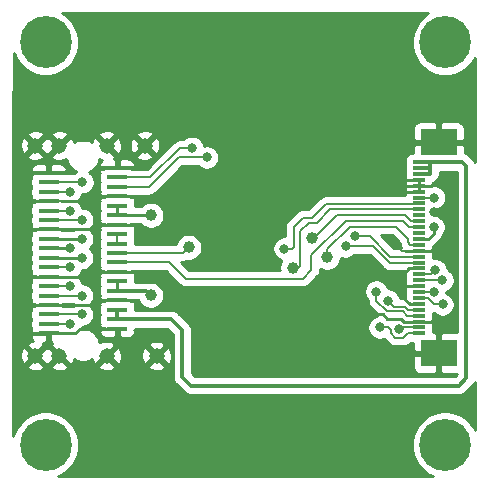
<source format=gbr>
%TF.GenerationSoftware,KiCad,Pcbnew,5.1.10-88a1d61d58~88~ubuntu18.04.1*%
%TF.CreationDate,2021-11-12T09:48:00+07:00*%
%TF.ProjectId,MX8Mx_EVK_MIPI_CSI-EYECLOUDAI_2MGSMOD_AR0234-ADAPTER,4d58384d-785f-4455-964b-5f4d4950495f,rev?*%
%TF.SameCoordinates,Original*%
%TF.FileFunction,Copper,L1,Top*%
%TF.FilePolarity,Positive*%
%FSLAX46Y46*%
G04 Gerber Fmt 4.6, Leading zero omitted, Abs format (unit mm)*
G04 Created by KiCad (PCBNEW 5.1.10-88a1d61d58~88~ubuntu18.04.1) date 2021-11-12 09:48:00*
%MOMM*%
%LPD*%
G01*
G04 APERTURE LIST*
%TA.AperFunction,SMDPad,CuDef*%
%ADD10C,1.000000*%
%TD*%
%TA.AperFunction,SMDPad,CuDef*%
%ADD11R,1.800000X0.350000*%
%TD*%
%TA.AperFunction,ComponentPad*%
%ADD12C,1.308000*%
%TD*%
%TA.AperFunction,SMDPad,CuDef*%
%ADD13R,1.100000X0.300000*%
%TD*%
%TA.AperFunction,SMDPad,CuDef*%
%ADD14R,3.100000X2.300000*%
%TD*%
%TA.AperFunction,ComponentPad*%
%ADD15C,4.400000*%
%TD*%
%TA.AperFunction,ViaPad*%
%ADD16C,0.800000*%
%TD*%
%TA.AperFunction,Conductor*%
%ADD17C,0.250000*%
%TD*%
%TA.AperFunction,Conductor*%
%ADD18C,0.200000*%
%TD*%
%TA.AperFunction,Conductor*%
%ADD19C,0.300000*%
%TD*%
%TA.AperFunction,Conductor*%
%ADD20C,0.350000*%
%TD*%
%TA.AperFunction,Conductor*%
%ADD21C,0.254000*%
%TD*%
%TA.AperFunction,Conductor*%
%ADD22C,0.100000*%
%TD*%
G04 APERTURE END LIST*
D10*
%TO.P,TP5,1*%
%TO.N,/I2C_SCL_1V8*%
X126644400Y-98221800D03*
%TD*%
%TO.P,TP6,1*%
%TO.N,/I2C_SDA_1V8*%
X129565400Y-97370900D03*
%TD*%
%TO.P,TP4,1*%
%TO.N,/CSI_MCLK_1V8*%
X128295400Y-95732600D03*
%TD*%
%TO.P,TP2,1*%
%TO.N,/+3V3*%
X114617500Y-100558600D03*
%TD*%
%TO.P,TP1,1*%
%TO.N,/+1V8*%
X114642900Y-93802200D03*
%TD*%
D11*
%TO.P,J1,B1*%
%TO.N,GND*%
X111789400Y-89793500D03*
%TO.P,J1,B2*%
%TO.N,/CSI_CLK_N__SPCLK_LVDS0_N*%
X111789400Y-90593500D03*
%TO.P,J1,B3*%
%TO.N,/CSI_CLK_P__SPCLK_LVDS0_P*%
X111789400Y-91393500D03*
%TO.P,J1,B4*%
%TO.N,GND*%
X111789400Y-92193500D03*
%TO.P,J1,B5*%
%TO.N,/+1V8*%
X111789400Y-92993500D03*
%TO.P,J1,B6*%
X111789400Y-93793500D03*
%TO.P,J1,B7*%
%TO.N,GND*%
X111789400Y-94593500D03*
%TO.P,J1,B8*%
%TO.N,/+12V*%
X111789400Y-95393500D03*
%TO.P,J1,B9*%
X111789400Y-96193500D03*
%TO.P,J1,B10*%
%TO.N,/CSI_SYNC_1V8*%
X111789400Y-96993500D03*
%TO.P,J1,B11*%
%TO.N,/CSI_PWDN_1V8*%
X111789400Y-97793500D03*
%TO.P,J1,B12*%
%TO.N,GND*%
X111789400Y-98593500D03*
%TO.P,J1,B13*%
%TO.N,/+3V3*%
X111789400Y-99393500D03*
%TO.P,J1,B14*%
X111789400Y-100193500D03*
%TO.P,J1,B15*%
%TO.N,GND*%
X111789400Y-100993500D03*
%TO.P,J1,B16*%
%TO.N,+5V*%
X111789400Y-101793500D03*
%TO.P,J1,B17*%
X111789400Y-102593500D03*
%TO.P,J1,B18*%
%TO.N,GND*%
X111789400Y-103393500D03*
%TO.P,J1,A1*%
X105969400Y-90193500D03*
%TO.P,J1,A2*%
%TO.N,/CSI_DN0__SD_LVDS0_N*%
X105969400Y-90993500D03*
%TO.P,J1,A3*%
%TO.N,/CSI_DP0__SD_LVDS0_P*%
X105969400Y-91793500D03*
%TO.P,J1,A4*%
%TO.N,GND*%
X105969400Y-92593500D03*
%TO.P,J1,A5*%
%TO.N,/CSI_DN1__SD_LVDS1_N*%
X105969400Y-93393500D03*
%TO.P,J1,A6*%
%TO.N,/CSI_DP1__SD_LVDS1_P*%
X105969400Y-94193500D03*
%TO.P,J1,A7*%
%TO.N,GND*%
X105969400Y-94993500D03*
%TO.P,J1,A8*%
%TO.N,/CSI_MCLK_1V8*%
X105969400Y-95793500D03*
%TO.P,J1,A9*%
%TO.N,/CSI_nRST_1V8*%
X105969400Y-96593500D03*
%TO.P,J1,A10*%
%TO.N,/I2C_SDA_1V8*%
X105969400Y-97393500D03*
%TO.P,J1,A11*%
%TO.N,/I2C_SCL_1V8*%
X105969400Y-98193500D03*
%TO.P,J1,A12*%
%TO.N,GND*%
X105969400Y-98993500D03*
%TO.P,J1,A13*%
%TO.N,/CSI_DN2__SD_LVDS2_N*%
X105969400Y-99793500D03*
%TO.P,J1,A14*%
%TO.N,/CSI_DP2__SD_LVDS2_P*%
X105969400Y-100593500D03*
%TO.P,J1,A15*%
%TO.N,GND*%
X105969400Y-101393500D03*
%TO.P,J1,A16*%
%TO.N,/CSI_DN3__SD_LVDS3_N*%
X105969400Y-102193500D03*
%TO.P,J1,A17*%
%TO.N,/CSI_DP3__SD_LVDS3_P*%
X105969400Y-102993500D03*
%TO.P,J1,A18*%
%TO.N,GND*%
X105969400Y-103793500D03*
D12*
%TO.P,J1,S1*%
X114119400Y-87893500D03*
%TO.P,J1,S2*%
X110879400Y-87893500D03*
%TO.P,J1,S3*%
X106879400Y-87893500D03*
%TO.P,J1,S4*%
X104849400Y-87893500D03*
%TO.P,J1,S5*%
X115119400Y-105693500D03*
%TO.P,J1,S6*%
X110879400Y-105693500D03*
%TO.P,J1,S7*%
X106879400Y-105693500D03*
%TO.P,J1,S8*%
X104849400Y-105693500D03*
%TD*%
D10*
%TO.P,TP3,1*%
%TO.N,/CSI_SYNC_1V8*%
X117830600Y-96507300D03*
%TD*%
D13*
%TO.P,J2,30*%
%TO.N,+5V*%
X137317480Y-89297940D03*
%TO.P,J2,29*%
X137317480Y-89797940D03*
%TO.P,J2,28*%
X137317480Y-90297940D03*
%TO.P,J2,27*%
%TO.N,GND*%
X137317480Y-90797940D03*
%TO.P,J2,26*%
X137317480Y-91297940D03*
%TO.P,J2,25*%
X137317480Y-91797940D03*
%TO.P,J2,24*%
%TO.N,/FRAME_VALID*%
X137317480Y-92297940D03*
%TO.P,J2,23*%
%TO.N,/CSI_nRST_1V8*%
X137317480Y-92797940D03*
%TO.P,J2,22*%
%TO.N,/I2C_SCL_1V8*%
X137317480Y-93297940D03*
%TO.P,J2,21*%
%TO.N,Net-(J2-Pad21)*%
X137317480Y-93797940D03*
%TO.P,J2,20*%
%TO.N,/CSI_MCLK_1V8*%
X137317480Y-94297940D03*
%TO.P,J2,19*%
%TO.N,/CSI_PWDN_1V8*%
X137317480Y-94797940D03*
%TO.P,J2,18*%
%TO.N,Net-(J2-Pad18)*%
X137317480Y-95297940D03*
%TO.P,J2,17*%
%TO.N,/TRIGGER*%
X137317480Y-95797940D03*
%TO.P,J2,16*%
%TO.N,/I2C_SDA_1V8*%
X137317480Y-96297940D03*
%TO.P,J2,15*%
%TO.N,GND*%
X137317480Y-96797940D03*
%TO.P,J2,14*%
%TO.N,/CSI_DP1__SD_LVDS1_P*%
X137317480Y-97297940D03*
%TO.P,J2,13*%
%TO.N,/CSI_DN1__SD_LVDS1_N*%
X137317480Y-97797940D03*
%TO.P,J2,12*%
%TO.N,GND*%
X137317480Y-98297940D03*
%TO.P,J2,11*%
%TO.N,/CSI_DP0__SD_LVDS0_P*%
X137317480Y-98797940D03*
%TO.P,J2,10*%
%TO.N,/CSI_DN0__SD_LVDS0_N*%
X137317480Y-99297940D03*
%TO.P,J2,9*%
%TO.N,GND*%
X137317480Y-99797940D03*
%TO.P,J2,8*%
%TO.N,/CSI_CLK_P__SPCLK_LVDS0_P*%
X137317480Y-100297940D03*
%TO.P,J2,7*%
%TO.N,/CSI_CLK_N__SPCLK_LVDS0_N*%
X137317480Y-100797940D03*
D14*
%TO.P,J2,S1*%
%TO.N,GND*%
X139017480Y-105467940D03*
%TO.P,J2,S2*%
X139017480Y-87627940D03*
D13*
%TO.P,J2,6*%
X137317480Y-101297940D03*
%TO.P,J2,5*%
%TO.N,/CSI_DP2__SD_LVDS2_P*%
X137317480Y-101797940D03*
%TO.P,J2,4*%
%TO.N,/CSI_DN2__SD_LVDS2_N*%
X137317480Y-102297940D03*
%TO.P,J2,3*%
%TO.N,GND*%
X137317480Y-102797940D03*
%TO.P,J2,2*%
%TO.N,/CSI_DP3__SD_LVDS3_P*%
X137317480Y-103297940D03*
%TO.P,J2,1*%
%TO.N,/CSI_DN3__SD_LVDS3_N*%
X137317480Y-103797940D03*
%TD*%
D15*
%TO.P,H4,1*%
%TO.N,N/C*%
X139552680Y-79159100D03*
%TD*%
%TO.P,H3,1*%
%TO.N,N/C*%
X139552680Y-113235740D03*
%TD*%
%TO.P,H2,1*%
%TO.N,N/C*%
X105714800Y-113235740D03*
%TD*%
%TO.P,H1,1*%
%TO.N,N/C*%
X105714800Y-79159100D03*
%TD*%
D16*
%TO.N,GND*%
X139052300Y-105460800D03*
X139001500Y-87680800D03*
X132143500Y-101981000D03*
X104129840Y-95011240D03*
X104140000Y-92608400D03*
X104109520Y-99024440D03*
X104091740Y-103794560D03*
X104140000Y-90703400D03*
X104096820Y-101396800D03*
X109080300Y-98996500D03*
X135661400Y-99352100D03*
X109131100Y-92595700D03*
X127088900Y-93002100D03*
X132105400Y-98336100D03*
X118033800Y-92964000D03*
X135039100Y-95910400D03*
X133743700Y-91046300D03*
X127139700Y-89941400D03*
X118046500Y-101968300D03*
X127050800Y-101993700D03*
X138582400Y-93548200D03*
%TO.N,/CSI_DN0__SD_LVDS0_N*%
X139324080Y-99301300D03*
X108839400Y-90993500D03*
%TO.N,/CSI_DP0__SD_LVDS0_P*%
X138732260Y-98452940D03*
X107789400Y-91793500D03*
%TO.N,/CSI_DN1__SD_LVDS1_N*%
X131114800Y-96431100D03*
X107820460Y-93395800D03*
%TO.N,/CSI_DP1__SD_LVDS1_P*%
X108789400Y-94193500D03*
X131940300Y-95592900D03*
%TO.N,/CSI_nRST_1V8*%
X125945900Y-96621600D03*
X107789400Y-96593500D03*
%TO.N,/CSI_DN2__SD_LVDS2_N*%
X133718300Y-100253800D03*
X107797600Y-99794060D03*
%TO.N,/CSI_DP2__SD_LVDS2_P*%
X134696200Y-101015800D03*
X108789400Y-100593500D03*
%TO.N,/CSI_DN3__SD_LVDS3_N*%
X134005320Y-103286560D03*
X108789400Y-102193500D03*
%TO.N,/CSI_DP3__SD_LVDS3_P*%
X135643620Y-103466900D03*
X107772200Y-102997000D03*
%TO.N,/CSI_CLK_N__SPCLK_LVDS0_N*%
X118110000Y-88099900D03*
X139331700Y-101346000D03*
%TO.N,/CSI_CLK_P__SPCLK_LVDS0_P*%
X119367300Y-88900000D03*
X138620500Y-100291900D03*
%TO.N,/TRIGGER*%
X138569700Y-94792800D03*
%TO.N,/FRAME_VALID*%
X138626160Y-92297940D03*
%TO.N,/CSI_MCLK_1V8*%
X108789400Y-95793500D03*
X128282700Y-95732600D03*
%TO.N,/I2C_SDA_1V8*%
X108789400Y-97393500D03*
X129552700Y-97396300D03*
%TO.N,/I2C_SCL_1V8*%
X107789400Y-98193500D03*
X126644400Y-98196400D03*
%TD*%
D17*
%TO.N,GND*%
X105969400Y-89213500D02*
X105989400Y-89193500D01*
X105969400Y-90193500D02*
X105969400Y-89213500D01*
X105969400Y-94993500D02*
X107789400Y-94993500D01*
X105969400Y-101393500D02*
X107789400Y-101393500D01*
D18*
X105969400Y-92593500D02*
X107008000Y-92593500D01*
D17*
X109907780Y-100993500D02*
X111789400Y-100993500D01*
X110102740Y-94593500D02*
X110103920Y-94592320D01*
X104167900Y-94993500D02*
X104140000Y-95021400D01*
X107789400Y-94993500D02*
X104167900Y-94993500D01*
X104154900Y-92593500D02*
X104140000Y-92608400D01*
X105969400Y-92593500D02*
X104154900Y-92593500D01*
X104104900Y-98993500D02*
X104068880Y-99029520D01*
X105969400Y-98993500D02*
X104104900Y-98993500D01*
X104112820Y-101393500D02*
X104068880Y-101437440D01*
X105969400Y-101393500D02*
X104112820Y-101393500D01*
X109907780Y-100993500D02*
X109884920Y-100993500D01*
X109484920Y-101393500D02*
X107789400Y-101393500D01*
X109884920Y-100993500D02*
X109484920Y-101393500D01*
X105969400Y-98993500D02*
X108739400Y-98993500D01*
X107008000Y-92593500D02*
X108789400Y-92593500D01*
X109139399Y-98593501D02*
X108739400Y-98993500D01*
X111789400Y-98593500D02*
X109139399Y-98593501D01*
X109189399Y-92193501D02*
X108789400Y-92593500D01*
X111789400Y-92193500D02*
X109189399Y-92193501D01*
X109062402Y-94993500D02*
X107789400Y-94993500D01*
X110788540Y-94593500D02*
X110102740Y-94593500D01*
X111789400Y-94593500D02*
X110788540Y-94593500D01*
X109702740Y-94993500D02*
X110103920Y-94592320D01*
X109062402Y-94993500D02*
X109702740Y-94993500D01*
X104140000Y-95001080D02*
X104129840Y-95011240D01*
X104140000Y-92608400D02*
X104140000Y-95001080D01*
X104155240Y-92593160D02*
X104140000Y-92608400D01*
X104155240Y-90190320D02*
X104155240Y-92593160D01*
X105966220Y-90190320D02*
X105969400Y-90193500D01*
X104129840Y-99004120D02*
X104109520Y-99024440D01*
X104129840Y-95011240D02*
X104129840Y-99004120D01*
X104109520Y-101424740D02*
X104096820Y-101437440D01*
X104109520Y-99024440D02*
X104109520Y-101424740D01*
X104091740Y-101442520D02*
X104096820Y-101437440D01*
X104091740Y-103794560D02*
X104091740Y-101442520D01*
X104092800Y-103793500D02*
X104091740Y-103794560D01*
X105969400Y-103793500D02*
X104092800Y-103793500D01*
X110080500Y-100993500D02*
X109740700Y-101333300D01*
X109680500Y-101393500D02*
X110080500Y-100993500D01*
X107789400Y-101393500D02*
X109680500Y-101393500D01*
X111789400Y-100993500D02*
X110080500Y-100993500D01*
X108651398Y-103393500D02*
X111789400Y-103393500D01*
X108251398Y-103793500D02*
X108651398Y-103393500D01*
X105969400Y-103793500D02*
X108251398Y-103793500D01*
X111793900Y-89789000D02*
X111789400Y-89793500D01*
X104649900Y-90193500D02*
X104140000Y-90703400D01*
X105969400Y-90193500D02*
X104649900Y-90193500D01*
X137317480Y-91797940D02*
X137317480Y-91297940D01*
X137317480Y-91297940D02*
X137317480Y-90797940D01*
X135811281Y-102561559D02*
X136047662Y-102797940D01*
X134636679Y-102561559D02*
X135811281Y-102561559D01*
X136047662Y-102797940D02*
X137317480Y-102797940D01*
X134272020Y-102196900D02*
X134636679Y-102561559D01*
X133311900Y-102196900D02*
X134272020Y-102196900D01*
X136532478Y-101297940D02*
X135661400Y-100426862D01*
X137317480Y-101297940D02*
X136532478Y-101297940D01*
X137072440Y-99797940D02*
X137061080Y-99809300D01*
X137317480Y-99797940D02*
X137072440Y-99797940D01*
X137061080Y-99809300D02*
X135661400Y-99809300D01*
X135661400Y-100426862D02*
X135661400Y-99809300D01*
X135661400Y-99809300D02*
X135661400Y-99352100D01*
X136517480Y-98297940D02*
X135661400Y-99154020D01*
X135661400Y-99154020D02*
X135661400Y-99352100D01*
X137317480Y-98297940D02*
X136517480Y-98297940D01*
X111789400Y-88803500D02*
X110879400Y-87893500D01*
X111789400Y-89793500D02*
X111789400Y-88803500D01*
X139017480Y-87627940D02*
X135117360Y-87627940D01*
X135117360Y-87627940D02*
X135115300Y-87630000D01*
X137315140Y-91795600D02*
X137317480Y-91797940D01*
X135115300Y-91795600D02*
X137315140Y-91795600D01*
X135193860Y-91297940D02*
X135115300Y-91376500D01*
X137317480Y-91297940D02*
X135193860Y-91297940D01*
X135115300Y-91376500D02*
X135115300Y-91795600D01*
X135120940Y-90797940D02*
X135115300Y-90792300D01*
X137317480Y-90797940D02*
X135120940Y-90797940D01*
X135115300Y-87630000D02*
X135115300Y-90792300D01*
X135115300Y-90792300D02*
X135115300Y-91376500D01*
X137317480Y-96797940D02*
X136142540Y-96797940D01*
X137317480Y-102797940D02*
X139005640Y-102797940D01*
X139017480Y-102809780D02*
X139017480Y-105467940D01*
X139005640Y-102797940D02*
X139017480Y-102809780D01*
X115083180Y-98593500D02*
X115516660Y-99026980D01*
X111789400Y-98593500D02*
X115083180Y-98593500D01*
X111789400Y-100993500D02*
X113096600Y-100993500D01*
X113096600Y-100993500D02*
X113830100Y-101727000D01*
X117805200Y-101727000D02*
X118046500Y-101968300D01*
X113830100Y-101727000D02*
X117805200Y-101727000D01*
X117263300Y-92193500D02*
X118033800Y-92964000D01*
X111789400Y-92193500D02*
X117263300Y-92193500D01*
X111789400Y-94593500D02*
X113351400Y-94593500D01*
X113351400Y-94593500D02*
X114046000Y-95288100D01*
X114046000Y-95288100D02*
X116916200Y-95288100D01*
X118033800Y-94170500D02*
X118033800Y-92964000D01*
X116916200Y-95288100D02*
X118033800Y-94170500D01*
X140044360Y-96797940D02*
X137317480Y-96797940D01*
X138330760Y-91297940D02*
X138544300Y-91084400D01*
X139585700Y-91084400D02*
X140144500Y-91643200D01*
X137317480Y-91297940D02*
X138330760Y-91297940D01*
X140144500Y-96697800D02*
X140044360Y-96797940D01*
X138544300Y-91084400D02*
X139585700Y-91084400D01*
X140144500Y-91643200D02*
X140144500Y-96697800D01*
D18*
X135926640Y-96797940D02*
X135039100Y-95910400D01*
X137317480Y-96797940D02*
X135926640Y-96797940D01*
%TO.N,/CSI_DN0__SD_LVDS0_N*%
X105969400Y-90993500D02*
X108839400Y-90993500D01*
X139320720Y-99297940D02*
X139324080Y-99301300D01*
X137317480Y-99297940D02*
X139320720Y-99297940D01*
%TO.N,/CSI_DP0__SD_LVDS0_P*%
X107789400Y-91793500D02*
X105969400Y-91793500D01*
X137317480Y-98797940D02*
X138387260Y-98797940D01*
X138732260Y-98452940D02*
X138387260Y-98797940D01*
%TO.N,/CSI_DN1__SD_LVDS1_N*%
X105971700Y-93395800D02*
X105969400Y-93393500D01*
X107820460Y-93395800D02*
X105971700Y-93395800D01*
X133477000Y-96431100D02*
X131114800Y-96431100D01*
X134843840Y-97797940D02*
X133477000Y-96431100D01*
X137317480Y-97797940D02*
X134843840Y-97797940D01*
%TO.N,/CSI_DP1__SD_LVDS1_P*%
X105969400Y-94193500D02*
X108789400Y-94193500D01*
X133108700Y-95592900D02*
X131940300Y-95592900D01*
X133204498Y-95592900D02*
X133108700Y-95592900D01*
X134909538Y-97297940D02*
X133204498Y-95592900D01*
X137317480Y-97297940D02*
X134909538Y-97297940D01*
D17*
%TO.N,/CSI_nRST_1V8*%
X105969400Y-96593500D02*
X107789400Y-96593500D01*
D18*
X126580900Y-96621600D02*
X125945900Y-96621600D01*
X137317480Y-92797940D02*
X137317480Y-92819220D01*
X137317480Y-92819220D02*
X137299620Y-92837080D01*
X137299620Y-92837080D02*
X129451020Y-92837080D01*
X128282700Y-94005400D02*
X127495300Y-94005400D01*
X129451020Y-92837080D02*
X128282700Y-94005400D01*
X126726950Y-94773750D02*
X126726950Y-96475550D01*
X127495300Y-94005400D02*
X126726950Y-94773750D01*
X126726950Y-96475550D02*
X126580900Y-96621600D01*
%TO.N,/CSI_DN2__SD_LVDS2_N*%
X107797040Y-99793500D02*
X107797600Y-99794060D01*
X105969400Y-99793500D02*
X107797040Y-99793500D01*
X133718300Y-101042126D02*
X133718300Y-100253800D01*
X135984701Y-101938859D02*
X134615033Y-101938859D01*
X136343782Y-102297940D02*
X135984701Y-101938859D01*
X134615033Y-101938859D02*
X133718300Y-101042126D01*
X137317480Y-102297940D02*
X136343782Y-102297940D01*
%TO.N,/CSI_DP2__SD_LVDS2_P*%
X105969400Y-100593500D02*
X108789400Y-100593500D01*
X135219249Y-101538849D02*
X134696200Y-101015800D01*
X136150390Y-101538849D02*
X135219249Y-101538849D01*
X137317480Y-101797940D02*
X136409481Y-101797940D01*
X136409481Y-101797940D02*
X136150390Y-101538849D01*
%TO.N,/CSI_DN3__SD_LVDS3_N*%
X105969400Y-102193500D02*
X108789400Y-102193500D01*
X137317480Y-103797940D02*
X136384460Y-103797940D01*
X136384460Y-103797940D02*
X136015499Y-104166901D01*
X134703820Y-103286560D02*
X134005320Y-103286560D01*
X136015499Y-104166901D02*
X135309841Y-104166901D01*
X135309841Y-104166901D02*
X134943619Y-103800679D01*
X134943619Y-103800679D02*
X134943619Y-103526359D01*
X134943619Y-103526359D02*
X134703820Y-103286560D01*
%TO.N,/CSI_DP3__SD_LVDS3_P*%
X107768700Y-102993500D02*
X107772200Y-102997000D01*
X105969400Y-102993500D02*
X107768700Y-102993500D01*
X135812580Y-103297940D02*
X135643620Y-103466900D01*
X137317480Y-103297940D02*
X135812580Y-103297940D01*
%TO.N,/CSI_CLK_N__SPCLK_LVDS0_N*%
X111789400Y-90593500D02*
X114600400Y-90593500D01*
X117094000Y-88099900D02*
X118110000Y-88099900D01*
X114600400Y-90593500D02*
X117094000Y-88099900D01*
X139331700Y-101346000D02*
X138633200Y-101346000D01*
X138085140Y-100797940D02*
X137317480Y-100797940D01*
X138633200Y-101346000D02*
X138085140Y-100797940D01*
%TO.N,/CSI_CLK_P__SPCLK_LVDS0_P*%
X111789400Y-91393500D02*
X114486200Y-91393500D01*
X116979700Y-88900000D02*
X119367300Y-88900000D01*
X114486200Y-91393500D02*
X116979700Y-88900000D01*
X138614460Y-100297940D02*
X138620500Y-100291900D01*
X137317480Y-100297940D02*
X138614460Y-100297940D01*
%TO.N,/CSI_PWDN_1V8*%
X116208500Y-97793500D02*
X111789400Y-97793500D01*
X117589300Y-99174300D02*
X116208500Y-97793500D01*
X127482600Y-99174300D02*
X117589300Y-99174300D01*
X137317480Y-94797940D02*
X136494460Y-94797940D01*
X136494460Y-94797940D02*
X135981320Y-94284800D01*
X131140200Y-94284800D02*
X128231900Y-97193100D01*
X135981320Y-94284800D02*
X131140200Y-94284800D01*
X128231900Y-97193100D02*
X128231900Y-98425000D01*
X128231900Y-98425000D02*
X127482600Y-99174300D01*
D19*
%TO.N,+5V*%
X111789400Y-101793500D02*
X111789400Y-102593500D01*
X138307240Y-89297940D02*
X137317480Y-89297940D01*
X138281360Y-89797940D02*
X138307240Y-89772060D01*
X137317480Y-89797940D02*
X138281360Y-89797940D01*
X138307240Y-89297940D02*
X138307240Y-89772060D01*
X137997260Y-90297940D02*
X137317480Y-90297940D01*
X138238560Y-90297940D02*
X137997260Y-90297940D01*
X138307240Y-89772060D02*
X138307240Y-90229260D01*
X138307240Y-90229260D02*
X138238560Y-90297940D01*
D20*
X141351000Y-107581700D02*
X141351000Y-89636600D01*
X111789400Y-102593500D02*
X116347600Y-102593500D01*
X141012340Y-89297940D02*
X138307240Y-89297940D01*
X141351000Y-89636600D02*
X141012340Y-89297940D01*
X118033800Y-108216700D02*
X140716000Y-108216700D01*
X116347600Y-102593500D02*
X117284500Y-103530400D01*
X117284500Y-103530400D02*
X117284500Y-107467400D01*
X117284500Y-107467400D02*
X118033800Y-108216700D01*
X140716000Y-108216700D02*
X141351000Y-107581700D01*
D18*
%TO.N,/TRIGGER*%
X137320720Y-95801180D02*
X137317480Y-95797940D01*
D17*
X137317480Y-95797940D02*
X138117480Y-95797940D01*
X138569700Y-95345720D02*
X138569700Y-94792800D01*
X138117480Y-95797940D02*
X138569700Y-95345720D01*
D18*
%TO.N,/FRAME_VALID*%
X138626160Y-92297940D02*
X137317480Y-92297940D01*
%TO.N,/CSI_SYNC_1V8*%
X117344400Y-96993500D02*
X117830600Y-96507300D01*
X111789400Y-96993500D02*
X117344400Y-96993500D01*
D17*
%TO.N,/+1V8*%
X111789400Y-93793500D02*
X111789400Y-92993500D01*
X114634200Y-93793500D02*
X114642900Y-93802200D01*
X111789400Y-93793500D02*
X114634200Y-93793500D01*
D18*
%TO.N,/+12V*%
X111789400Y-95393500D02*
X111789400Y-96193500D01*
D17*
%TO.N,/+3V3*%
X111789400Y-99393500D02*
X111789400Y-100193500D01*
D19*
X114252400Y-100193500D02*
X114617500Y-100558600D01*
X111789400Y-100193500D02*
X114252400Y-100193500D01*
D17*
%TO.N,/CSI_MCLK_1V8*%
X105969400Y-95793500D02*
X108789400Y-95793500D01*
D18*
X137134160Y-94297940D02*
X137084161Y-94347939D01*
X137317480Y-94297940D02*
X137134160Y-94297940D01*
X136677840Y-94297940D02*
X137317480Y-94297940D01*
X136144000Y-93764100D02*
X136677840Y-94297940D01*
X130365500Y-93764100D02*
X136144000Y-93764100D01*
X128358900Y-95770700D02*
X130365500Y-93764100D01*
D17*
%TO.N,/I2C_SDA_1V8*%
X105969400Y-97393500D02*
X108789400Y-97393500D01*
D18*
X129552700Y-97396300D02*
X129552700Y-97396300D01*
X136607740Y-96297940D02*
X136410700Y-96100900D01*
X137317480Y-96297940D02*
X136607740Y-96297940D01*
X136410700Y-96100900D02*
X136410700Y-95783400D01*
X136410700Y-95783400D02*
X135394700Y-94767400D01*
X131876800Y-94767400D02*
X131729798Y-94767400D01*
X135394700Y-94767400D02*
X131876800Y-94767400D01*
X131876800Y-94767400D02*
X131470400Y-94767400D01*
X129565400Y-96672400D02*
X131470400Y-94767400D01*
X129565400Y-97370900D02*
X129565400Y-96672400D01*
%TO.N,/I2C_SCL_1V8*%
X105969400Y-98193500D02*
X107789400Y-98193500D01*
X130483540Y-93297940D02*
X130336360Y-93297940D01*
X137317480Y-93297940D02*
X130483540Y-93297940D01*
X127190500Y-98196400D02*
X126644400Y-98196400D01*
X130483540Y-93297940D02*
X129815660Y-93297940D01*
X129815660Y-93297940D02*
X128695450Y-94418150D01*
X128695450Y-94418150D02*
X127996950Y-94418150D01*
X127285750Y-95129350D02*
X127285750Y-98101150D01*
X127996950Y-94418150D02*
X127285750Y-95129350D01*
X127285750Y-98101150D02*
X127190500Y-98196400D01*
%TD*%
D21*
%TO.N,GND*%
X138134115Y-76697330D02*
X137745473Y-76957012D01*
X137350592Y-77351893D01*
X137040336Y-77816224D01*
X136826628Y-78332161D01*
X136717680Y-78879877D01*
X136717680Y-79438323D01*
X136826628Y-79986039D01*
X137040336Y-80501976D01*
X137350592Y-80966307D01*
X137745473Y-81361188D01*
X138209804Y-81671444D01*
X138725741Y-81885152D01*
X139273457Y-81994100D01*
X139831903Y-81994100D01*
X140379619Y-81885152D01*
X140895556Y-81671444D01*
X141359887Y-81361188D01*
X141754768Y-80966307D01*
X142065024Y-80501976D01*
X142088000Y-80446507D01*
X142088000Y-89297133D01*
X142028859Y-89186488D01*
X142027749Y-89184411D01*
X141926528Y-89061072D01*
X141895612Y-89035700D01*
X141613240Y-88753328D01*
X141587868Y-88722412D01*
X141464529Y-88621191D01*
X141323813Y-88545977D01*
X141204599Y-88509813D01*
X141202480Y-87913690D01*
X141043730Y-87754940D01*
X139144480Y-87754940D01*
X139144480Y-87774940D01*
X138890480Y-87774940D01*
X138890480Y-87754940D01*
X136991230Y-87754940D01*
X136832480Y-87913690D01*
X136830361Y-88509868D01*
X136767480Y-88509868D01*
X136642998Y-88522128D01*
X136523300Y-88558438D01*
X136412986Y-88617403D01*
X136316295Y-88696755D01*
X136236943Y-88793446D01*
X136177978Y-88903760D01*
X136141668Y-89023458D01*
X136129408Y-89147940D01*
X136129408Y-89447940D01*
X136139257Y-89547940D01*
X136129408Y-89647940D01*
X136129408Y-89947940D01*
X136139257Y-90047940D01*
X136129408Y-90147940D01*
X136129408Y-90447940D01*
X136139635Y-90551781D01*
X136132480Y-90616190D01*
X136164727Y-90648437D01*
X136177978Y-90692120D01*
X136235070Y-90798929D01*
X136182545Y-90893015D01*
X136165043Y-90947127D01*
X136132480Y-90979690D01*
X136140062Y-91047940D01*
X136132480Y-91116190D01*
X136165043Y-91148753D01*
X136182545Y-91202865D01*
X136235622Y-91297940D01*
X136182545Y-91393015D01*
X136165043Y-91447127D01*
X136132480Y-91479690D01*
X136140062Y-91547940D01*
X136132480Y-91616190D01*
X136165043Y-91648753D01*
X136182545Y-91702865D01*
X136235070Y-91796951D01*
X136177978Y-91903760D01*
X136164727Y-91947443D01*
X136132480Y-91979690D01*
X136139635Y-92044099D01*
X136133925Y-92102080D01*
X129487125Y-92102080D01*
X129451020Y-92098524D01*
X129306934Y-92112715D01*
X129264906Y-92125464D01*
X129168387Y-92154743D01*
X129040700Y-92222993D01*
X128928782Y-92314842D01*
X128905766Y-92342887D01*
X127978254Y-93270400D01*
X127531405Y-93270400D01*
X127495300Y-93266844D01*
X127351214Y-93281035D01*
X127317712Y-93291198D01*
X127212667Y-93323063D01*
X127084980Y-93391313D01*
X126973062Y-93483162D01*
X126950046Y-93511207D01*
X126232758Y-94228496D01*
X126204712Y-94251513D01*
X126112863Y-94363431D01*
X126044613Y-94491118D01*
X126021699Y-94566655D01*
X126002585Y-94629665D01*
X125988394Y-94773750D01*
X125991950Y-94809855D01*
X125991950Y-95586600D01*
X125843961Y-95586600D01*
X125644002Y-95626374D01*
X125455644Y-95704395D01*
X125286126Y-95817663D01*
X125141963Y-95961826D01*
X125028695Y-96131344D01*
X124950674Y-96319702D01*
X124910900Y-96519661D01*
X124910900Y-96723539D01*
X124950674Y-96923498D01*
X125028695Y-97111856D01*
X125141963Y-97281374D01*
X125286126Y-97425537D01*
X125455644Y-97538805D01*
X125644002Y-97616826D01*
X125678935Y-97623775D01*
X125638576Y-97684176D01*
X125553017Y-97890733D01*
X125509400Y-98110012D01*
X125509400Y-98333588D01*
X125530427Y-98439300D01*
X117893747Y-98439300D01*
X117182946Y-97728500D01*
X117308295Y-97728500D01*
X117344400Y-97732056D01*
X117380505Y-97728500D01*
X117488485Y-97717865D01*
X117627033Y-97675837D01*
X117697651Y-97638091D01*
X117718812Y-97642300D01*
X117942388Y-97642300D01*
X118161667Y-97598683D01*
X118368224Y-97513124D01*
X118554120Y-97388912D01*
X118712212Y-97230820D01*
X118836424Y-97044924D01*
X118921983Y-96838367D01*
X118965600Y-96619088D01*
X118965600Y-96395512D01*
X118921983Y-96176233D01*
X118836424Y-95969676D01*
X118712212Y-95783780D01*
X118554120Y-95625688D01*
X118368224Y-95501476D01*
X118161667Y-95415917D01*
X117942388Y-95372300D01*
X117718812Y-95372300D01*
X117499533Y-95415917D01*
X117292976Y-95501476D01*
X117107080Y-95625688D01*
X116948988Y-95783780D01*
X116824776Y-95969676D01*
X116739217Y-96176233D01*
X116722853Y-96258500D01*
X113327472Y-96258500D01*
X113327472Y-96018500D01*
X113315212Y-95894018D01*
X113284720Y-95793500D01*
X113315212Y-95692982D01*
X113327472Y-95568500D01*
X113327472Y-95218500D01*
X113315212Y-95094018D01*
X113284464Y-94992654D01*
X113313535Y-94901130D01*
X113324400Y-94800250D01*
X113165650Y-94641500D01*
X112956969Y-94641500D01*
X112933580Y-94628998D01*
X112816559Y-94593500D01*
X112933580Y-94558002D01*
X112942003Y-94553500D01*
X113789068Y-94553500D01*
X113919380Y-94683812D01*
X114105276Y-94808024D01*
X114311833Y-94893583D01*
X114531112Y-94937200D01*
X114754688Y-94937200D01*
X114973967Y-94893583D01*
X115180524Y-94808024D01*
X115366420Y-94683812D01*
X115524512Y-94525720D01*
X115648724Y-94339824D01*
X115734283Y-94133267D01*
X115777900Y-93913988D01*
X115777900Y-93690412D01*
X115734283Y-93471133D01*
X115648724Y-93264576D01*
X115524512Y-93078680D01*
X115366420Y-92920588D01*
X115180524Y-92796376D01*
X114973967Y-92710817D01*
X114754688Y-92667200D01*
X114531112Y-92667200D01*
X114311833Y-92710817D01*
X114105276Y-92796376D01*
X113919380Y-92920588D01*
X113806468Y-93033500D01*
X113327472Y-93033500D01*
X113327472Y-92818500D01*
X113315212Y-92694018D01*
X113284464Y-92592654D01*
X113313535Y-92501130D01*
X113324400Y-92400250D01*
X113165650Y-92241500D01*
X112956969Y-92241500D01*
X112933580Y-92228998D01*
X112816559Y-92193500D01*
X112933580Y-92158002D01*
X112956969Y-92145500D01*
X113165650Y-92145500D01*
X113182650Y-92128500D01*
X114450095Y-92128500D01*
X114486200Y-92132056D01*
X114522305Y-92128500D01*
X114630285Y-92117865D01*
X114768833Y-92075837D01*
X114896520Y-92007587D01*
X115008438Y-91915738D01*
X115031459Y-91887688D01*
X117284147Y-89635000D01*
X118638589Y-89635000D01*
X118707526Y-89703937D01*
X118877044Y-89817205D01*
X119065402Y-89895226D01*
X119265361Y-89935000D01*
X119469239Y-89935000D01*
X119669198Y-89895226D01*
X119857556Y-89817205D01*
X120027074Y-89703937D01*
X120171237Y-89559774D01*
X120284505Y-89390256D01*
X120362526Y-89201898D01*
X120402300Y-89001939D01*
X120402300Y-88798061D01*
X120362526Y-88598102D01*
X120284505Y-88409744D01*
X120171237Y-88240226D01*
X120027074Y-88096063D01*
X119857556Y-87982795D01*
X119669198Y-87904774D01*
X119469239Y-87865000D01*
X119265361Y-87865000D01*
X119124140Y-87893090D01*
X119105226Y-87798002D01*
X119027205Y-87609644D01*
X118913937Y-87440126D01*
X118769774Y-87295963D01*
X118600256Y-87182695D01*
X118411898Y-87104674D01*
X118211939Y-87064900D01*
X118008061Y-87064900D01*
X117808102Y-87104674D01*
X117619744Y-87182695D01*
X117450226Y-87295963D01*
X117381289Y-87364900D01*
X117130105Y-87364900D01*
X117094000Y-87361344D01*
X117057895Y-87364900D01*
X116949915Y-87375535D01*
X116811367Y-87417563D01*
X116683680Y-87485813D01*
X116571762Y-87577662D01*
X116548746Y-87605707D01*
X114295954Y-89858500D01*
X113182650Y-89858500D01*
X113165650Y-89841500D01*
X112956969Y-89841500D01*
X112933580Y-89828998D01*
X112813882Y-89792688D01*
X112689400Y-89780428D01*
X110889400Y-89780428D01*
X110764918Y-89792688D01*
X110645220Y-89828998D01*
X110621831Y-89841500D01*
X110413150Y-89841500D01*
X110254400Y-90000250D01*
X110265265Y-90101130D01*
X110294336Y-90192654D01*
X110263588Y-90294018D01*
X110251328Y-90418500D01*
X110251328Y-90768500D01*
X110263588Y-90892982D01*
X110294080Y-90993500D01*
X110263588Y-91094018D01*
X110251328Y-91218500D01*
X110251328Y-91568500D01*
X110263588Y-91692982D01*
X110294336Y-91794346D01*
X110265265Y-91885870D01*
X110254400Y-91986750D01*
X110413150Y-92145500D01*
X110621831Y-92145500D01*
X110645220Y-92158002D01*
X110762241Y-92193500D01*
X110645220Y-92228998D01*
X110621831Y-92241500D01*
X110413150Y-92241500D01*
X110254400Y-92400250D01*
X110265265Y-92501130D01*
X110294336Y-92592654D01*
X110263588Y-92694018D01*
X110251328Y-92818500D01*
X110251328Y-93168500D01*
X110263588Y-93292982D01*
X110294080Y-93393500D01*
X110263588Y-93494018D01*
X110251328Y-93618500D01*
X110251328Y-93968500D01*
X110263588Y-94092982D01*
X110294336Y-94194346D01*
X110265265Y-94285870D01*
X110254400Y-94386750D01*
X110413150Y-94545500D01*
X110621831Y-94545500D01*
X110645220Y-94558002D01*
X110762241Y-94593500D01*
X110645220Y-94628998D01*
X110621831Y-94641500D01*
X110413150Y-94641500D01*
X110254400Y-94800250D01*
X110265265Y-94901130D01*
X110294336Y-94992654D01*
X110263588Y-95094018D01*
X110251328Y-95218500D01*
X110251328Y-95568500D01*
X110263588Y-95692982D01*
X110294080Y-95793500D01*
X110263588Y-95894018D01*
X110251328Y-96018500D01*
X110251328Y-96368500D01*
X110263588Y-96492982D01*
X110294080Y-96593500D01*
X110263588Y-96694018D01*
X110251328Y-96818500D01*
X110251328Y-97168500D01*
X110263588Y-97292982D01*
X110294080Y-97393500D01*
X110263588Y-97494018D01*
X110251328Y-97618500D01*
X110251328Y-97968500D01*
X110263588Y-98092982D01*
X110294336Y-98194346D01*
X110265265Y-98285870D01*
X110254400Y-98386750D01*
X110413150Y-98545500D01*
X110621831Y-98545500D01*
X110645220Y-98558002D01*
X110762241Y-98593500D01*
X110645220Y-98628998D01*
X110621831Y-98641500D01*
X110413150Y-98641500D01*
X110254400Y-98800250D01*
X110265265Y-98901130D01*
X110294336Y-98992654D01*
X110263588Y-99094018D01*
X110251328Y-99218500D01*
X110251328Y-99568500D01*
X110263588Y-99692982D01*
X110294080Y-99793500D01*
X110263588Y-99894018D01*
X110251328Y-100018500D01*
X110251328Y-100368500D01*
X110263588Y-100492982D01*
X110294336Y-100594346D01*
X110265265Y-100685870D01*
X110254400Y-100786750D01*
X110413150Y-100945500D01*
X110621831Y-100945500D01*
X110645220Y-100958002D01*
X110762241Y-100993500D01*
X110645220Y-101028998D01*
X110621831Y-101041500D01*
X110413150Y-101041500D01*
X110254400Y-101200250D01*
X110265265Y-101301130D01*
X110294336Y-101392654D01*
X110263588Y-101494018D01*
X110251328Y-101618500D01*
X110251328Y-101968500D01*
X110263588Y-102092982D01*
X110294080Y-102193500D01*
X110263588Y-102294018D01*
X110251328Y-102418500D01*
X110251328Y-102768500D01*
X110263588Y-102892982D01*
X110294336Y-102994346D01*
X110265265Y-103085870D01*
X110254400Y-103186750D01*
X110413150Y-103345500D01*
X110621831Y-103345500D01*
X110645220Y-103358002D01*
X110764918Y-103394312D01*
X110889400Y-103406572D01*
X111936400Y-103406572D01*
X111936400Y-103441500D01*
X111916400Y-103441500D01*
X111916400Y-104044750D01*
X112075150Y-104203500D01*
X112681081Y-104206518D01*
X112805712Y-104195881D01*
X112925873Y-104161135D01*
X113036947Y-104103614D01*
X113134664Y-104025529D01*
X113215271Y-103929881D01*
X113275668Y-103820345D01*
X113313535Y-103701130D01*
X113324400Y-103600250D01*
X113244652Y-103520502D01*
X113324400Y-103520502D01*
X113324400Y-103403500D01*
X116012088Y-103403500D01*
X116474500Y-103865913D01*
X116474501Y-107427602D01*
X116470581Y-107467400D01*
X116481839Y-107581700D01*
X116486221Y-107626188D01*
X116520894Y-107740487D01*
X116532538Y-107778873D01*
X116607751Y-107919589D01*
X116663352Y-107987339D01*
X116708973Y-108042928D01*
X116739883Y-108068295D01*
X117432905Y-108761318D01*
X117458272Y-108792228D01*
X117526010Y-108847819D01*
X117581610Y-108893449D01*
X117656824Y-108933651D01*
X117722327Y-108968663D01*
X117875012Y-109014980D01*
X117994009Y-109026700D01*
X117994011Y-109026700D01*
X118033799Y-109030619D01*
X118073587Y-109026700D01*
X140676212Y-109026700D01*
X140716000Y-109030619D01*
X140755788Y-109026700D01*
X140755791Y-109026700D01*
X140874788Y-109014980D01*
X141027473Y-108968663D01*
X141168189Y-108893449D01*
X141291528Y-108792228D01*
X141316899Y-108761313D01*
X141895619Y-108182594D01*
X141926528Y-108157228D01*
X142027749Y-108033889D01*
X142039438Y-108012020D01*
X142088001Y-107921166D01*
X142088001Y-111948335D01*
X142065024Y-111892864D01*
X141754768Y-111428533D01*
X141359887Y-111033652D01*
X140895556Y-110723396D01*
X140379619Y-110509688D01*
X139831903Y-110400740D01*
X139273457Y-110400740D01*
X138725741Y-110509688D01*
X138209804Y-110723396D01*
X137745473Y-111033652D01*
X137350592Y-111428533D01*
X137040336Y-111892864D01*
X136826628Y-112408801D01*
X136717680Y-112956517D01*
X136717680Y-113514963D01*
X136826628Y-114062679D01*
X137040336Y-114578616D01*
X137350592Y-115042947D01*
X137745473Y-115437828D01*
X138209804Y-115748084D01*
X138479721Y-115859887D01*
X106793484Y-115857516D01*
X107057676Y-115748084D01*
X107522007Y-115437828D01*
X107916888Y-115042947D01*
X108227144Y-114578616D01*
X108440852Y-114062679D01*
X108549800Y-113514963D01*
X108549800Y-112956517D01*
X108440852Y-112408801D01*
X108227144Y-111892864D01*
X107916888Y-111428533D01*
X107522007Y-111033652D01*
X107057676Y-110723396D01*
X106541739Y-110509688D01*
X105994023Y-110400740D01*
X105435577Y-110400740D01*
X104887861Y-110509688D01*
X104371924Y-110723396D01*
X103907593Y-111033652D01*
X103512712Y-111428533D01*
X103202456Y-111892864D01*
X102988748Y-112408801D01*
X102972100Y-112492496D01*
X102978693Y-106581887D01*
X104140618Y-106581887D01*
X104194493Y-106810968D01*
X104425084Y-106917263D01*
X104671981Y-106976528D01*
X104925696Y-106986488D01*
X105176479Y-106946759D01*
X105414693Y-106858868D01*
X105504307Y-106810968D01*
X105558182Y-106581887D01*
X106170618Y-106581887D01*
X106224493Y-106810968D01*
X106455084Y-106917263D01*
X106701981Y-106976528D01*
X106955696Y-106986488D01*
X107206479Y-106946759D01*
X107444693Y-106858868D01*
X107534307Y-106810968D01*
X107588182Y-106581887D01*
X110170618Y-106581887D01*
X110224493Y-106810968D01*
X110455084Y-106917263D01*
X110701981Y-106976528D01*
X110955696Y-106986488D01*
X111206479Y-106946759D01*
X111444693Y-106858868D01*
X111534307Y-106810968D01*
X111588182Y-106581887D01*
X114410618Y-106581887D01*
X114464493Y-106810968D01*
X114695084Y-106917263D01*
X114941981Y-106976528D01*
X115195696Y-106986488D01*
X115446479Y-106946759D01*
X115684693Y-106858868D01*
X115774307Y-106810968D01*
X115828182Y-106581887D01*
X115119400Y-105873105D01*
X114410618Y-106581887D01*
X111588182Y-106581887D01*
X110879400Y-105873105D01*
X110170618Y-106581887D01*
X107588182Y-106581887D01*
X106879400Y-105873105D01*
X106170618Y-106581887D01*
X105558182Y-106581887D01*
X104849400Y-105873105D01*
X104140618Y-106581887D01*
X102978693Y-106581887D01*
X102979599Y-105769796D01*
X103556412Y-105769796D01*
X103596141Y-106020579D01*
X103684032Y-106258793D01*
X103731932Y-106348407D01*
X103961013Y-106402282D01*
X104669795Y-105693500D01*
X105029005Y-105693500D01*
X105737787Y-106402282D01*
X105864400Y-106372505D01*
X105991013Y-106402282D01*
X106699795Y-105693500D01*
X105991013Y-104984718D01*
X105864400Y-105014495D01*
X105737787Y-104984718D01*
X105029005Y-105693500D01*
X104669795Y-105693500D01*
X103961013Y-104984718D01*
X103731932Y-105038593D01*
X103625637Y-105269184D01*
X103566372Y-105516081D01*
X103556412Y-105769796D01*
X102979599Y-105769796D01*
X102980675Y-104805113D01*
X104140618Y-104805113D01*
X104849400Y-105513895D01*
X105558182Y-104805113D01*
X105510969Y-104604360D01*
X105683650Y-104603500D01*
X105842400Y-104444750D01*
X105842400Y-103841500D01*
X104593150Y-103841500D01*
X104434400Y-104000250D01*
X104445265Y-104101130D01*
X104483132Y-104220345D01*
X104543529Y-104329881D01*
X104623082Y-104424278D01*
X104522321Y-104440241D01*
X104284107Y-104528132D01*
X104194493Y-104576032D01*
X104140618Y-104805113D01*
X102980675Y-104805113D01*
X102996276Y-90818500D01*
X104431328Y-90818500D01*
X104431328Y-91168500D01*
X104443588Y-91292982D01*
X104474080Y-91393500D01*
X104443588Y-91494018D01*
X104431328Y-91618500D01*
X104431328Y-91968500D01*
X104443588Y-92092982D01*
X104474336Y-92194346D01*
X104445265Y-92285870D01*
X104434400Y-92386750D01*
X104593150Y-92545500D01*
X104801831Y-92545500D01*
X104825220Y-92558002D01*
X104942241Y-92593500D01*
X104825220Y-92628998D01*
X104801831Y-92641500D01*
X104593150Y-92641500D01*
X104434400Y-92800250D01*
X104445265Y-92901130D01*
X104474336Y-92992654D01*
X104443588Y-93094018D01*
X104431328Y-93218500D01*
X104431328Y-93568500D01*
X104443588Y-93692982D01*
X104474080Y-93793500D01*
X104443588Y-93894018D01*
X104431328Y-94018500D01*
X104431328Y-94368500D01*
X104443588Y-94492982D01*
X104474336Y-94594346D01*
X104445265Y-94685870D01*
X104434400Y-94786750D01*
X104593150Y-94945500D01*
X104801831Y-94945500D01*
X104825220Y-94958002D01*
X104942241Y-94993500D01*
X104825220Y-95028998D01*
X104801831Y-95041500D01*
X104593150Y-95041500D01*
X104434400Y-95200250D01*
X104445265Y-95301130D01*
X104474336Y-95392654D01*
X104443588Y-95494018D01*
X104431328Y-95618500D01*
X104431328Y-95968500D01*
X104443588Y-96092982D01*
X104474080Y-96193500D01*
X104443588Y-96294018D01*
X104431328Y-96418500D01*
X104431328Y-96768500D01*
X104443588Y-96892982D01*
X104474080Y-96993500D01*
X104443588Y-97094018D01*
X104431328Y-97218500D01*
X104431328Y-97568500D01*
X104443588Y-97692982D01*
X104474080Y-97793500D01*
X104443588Y-97894018D01*
X104431328Y-98018500D01*
X104431328Y-98368500D01*
X104443588Y-98492982D01*
X104474336Y-98594346D01*
X104445265Y-98685870D01*
X104434400Y-98786750D01*
X104593150Y-98945500D01*
X104801831Y-98945500D01*
X104825220Y-98958002D01*
X104942241Y-98993500D01*
X104825220Y-99028998D01*
X104801831Y-99041500D01*
X104593150Y-99041500D01*
X104434400Y-99200250D01*
X104445265Y-99301130D01*
X104474336Y-99392654D01*
X104443588Y-99494018D01*
X104431328Y-99618500D01*
X104431328Y-99968500D01*
X104443588Y-100092982D01*
X104474080Y-100193500D01*
X104443588Y-100294018D01*
X104431328Y-100418500D01*
X104431328Y-100768500D01*
X104443588Y-100892982D01*
X104474336Y-100994346D01*
X104445265Y-101085870D01*
X104434400Y-101186750D01*
X104593150Y-101345500D01*
X104801831Y-101345500D01*
X104825220Y-101358002D01*
X104942241Y-101393500D01*
X104825220Y-101428998D01*
X104801831Y-101441500D01*
X104593150Y-101441500D01*
X104434400Y-101600250D01*
X104445265Y-101701130D01*
X104474336Y-101792654D01*
X104443588Y-101894018D01*
X104431328Y-102018500D01*
X104431328Y-102368500D01*
X104443588Y-102492982D01*
X104474080Y-102593500D01*
X104443588Y-102694018D01*
X104431328Y-102818500D01*
X104431328Y-103168500D01*
X104443588Y-103292982D01*
X104474336Y-103394346D01*
X104445265Y-103485870D01*
X104434400Y-103586750D01*
X104593150Y-103745500D01*
X104801831Y-103745500D01*
X104825220Y-103758002D01*
X104944918Y-103794312D01*
X105069400Y-103806572D01*
X106116400Y-103806572D01*
X106116400Y-103841500D01*
X106096400Y-103841500D01*
X106096400Y-104444750D01*
X106226571Y-104574921D01*
X106224493Y-104576032D01*
X106170618Y-104805113D01*
X106879400Y-105513895D01*
X106893543Y-105499753D01*
X107073148Y-105679358D01*
X107059005Y-105693500D01*
X107767787Y-106402282D01*
X107996868Y-106348407D01*
X108103163Y-106117816D01*
X108133611Y-105990971D01*
X108211515Y-106043025D01*
X108468118Y-106149314D01*
X108740527Y-106203500D01*
X109018273Y-106203500D01*
X109290682Y-106149314D01*
X109547285Y-106043025D01*
X109621808Y-105993230D01*
X109626141Y-106020579D01*
X109714032Y-106258793D01*
X109761932Y-106348407D01*
X109991013Y-106402282D01*
X110699795Y-105693500D01*
X111059005Y-105693500D01*
X111767787Y-106402282D01*
X111996868Y-106348407D01*
X112103163Y-106117816D01*
X112162428Y-105870919D01*
X112166397Y-105769796D01*
X113826412Y-105769796D01*
X113866141Y-106020579D01*
X113954032Y-106258793D01*
X114001932Y-106348407D01*
X114231013Y-106402282D01*
X114939795Y-105693500D01*
X115299005Y-105693500D01*
X116007787Y-106402282D01*
X116236868Y-106348407D01*
X116343163Y-106117816D01*
X116402428Y-105870919D01*
X116412388Y-105617204D01*
X116372659Y-105366421D01*
X116284768Y-105128207D01*
X116236868Y-105038593D01*
X116007787Y-104984718D01*
X115299005Y-105693500D01*
X114939795Y-105693500D01*
X114231013Y-104984718D01*
X114001932Y-105038593D01*
X113895637Y-105269184D01*
X113836372Y-105516081D01*
X113826412Y-105769796D01*
X112166397Y-105769796D01*
X112172388Y-105617204D01*
X112132659Y-105366421D01*
X112044768Y-105128207D01*
X111996868Y-105038593D01*
X111767787Y-104984718D01*
X111059005Y-105693500D01*
X110699795Y-105693500D01*
X110685653Y-105679358D01*
X110865258Y-105499753D01*
X110879400Y-105513895D01*
X111588182Y-104805113D01*
X114410618Y-104805113D01*
X115119400Y-105513895D01*
X115828182Y-104805113D01*
X115774307Y-104576032D01*
X115543716Y-104469737D01*
X115296819Y-104410472D01*
X115043104Y-104400512D01*
X114792321Y-104440241D01*
X114554107Y-104528132D01*
X114464493Y-104576032D01*
X114410618Y-104805113D01*
X111588182Y-104805113D01*
X111534307Y-104576032D01*
X111303716Y-104469737D01*
X111056819Y-104410472D01*
X110803104Y-104400512D01*
X110552321Y-104440241D01*
X110314107Y-104528132D01*
X110269031Y-104552226D01*
X110235214Y-104382218D01*
X110128925Y-104125615D01*
X109974618Y-103894678D01*
X109778222Y-103698282D01*
X109631507Y-103600250D01*
X110254400Y-103600250D01*
X110265265Y-103701130D01*
X110303132Y-103820345D01*
X110363529Y-103929881D01*
X110444136Y-104025529D01*
X110541853Y-104103614D01*
X110652927Y-104161135D01*
X110773088Y-104195881D01*
X110897719Y-104206518D01*
X111503650Y-104203500D01*
X111662400Y-104044750D01*
X111662400Y-103441500D01*
X110413150Y-103441500D01*
X110254400Y-103600250D01*
X109631507Y-103600250D01*
X109547285Y-103543975D01*
X109290682Y-103437686D01*
X109018273Y-103383500D01*
X108740527Y-103383500D01*
X108731651Y-103385266D01*
X108767426Y-103298898D01*
X108781429Y-103228500D01*
X108891339Y-103228500D01*
X109091298Y-103188726D01*
X109279656Y-103110705D01*
X109449174Y-102997437D01*
X109593337Y-102853274D01*
X109706605Y-102683756D01*
X109784626Y-102495398D01*
X109824400Y-102295439D01*
X109824400Y-102091561D01*
X109784626Y-101891602D01*
X109706605Y-101703244D01*
X109593337Y-101533726D01*
X109453111Y-101393500D01*
X109593337Y-101253274D01*
X109706605Y-101083756D01*
X109784626Y-100895398D01*
X109824400Y-100695439D01*
X109824400Y-100491561D01*
X109784626Y-100291602D01*
X109706605Y-100103244D01*
X109593337Y-99933726D01*
X109449174Y-99789563D01*
X109279656Y-99676295D01*
X109091298Y-99598274D01*
X108891339Y-99558500D01*
X108806021Y-99558500D01*
X108792826Y-99492162D01*
X108714805Y-99303804D01*
X108601537Y-99134286D01*
X108457374Y-98990123D01*
X108456843Y-98989768D01*
X108593337Y-98853274D01*
X108706605Y-98683756D01*
X108784626Y-98495398D01*
X108797933Y-98428500D01*
X108891339Y-98428500D01*
X109091298Y-98388726D01*
X109279656Y-98310705D01*
X109449174Y-98197437D01*
X109593337Y-98053274D01*
X109706605Y-97883756D01*
X109784626Y-97695398D01*
X109824400Y-97495439D01*
X109824400Y-97291561D01*
X109784626Y-97091602D01*
X109706605Y-96903244D01*
X109593337Y-96733726D01*
X109453111Y-96593500D01*
X109593337Y-96453274D01*
X109706605Y-96283756D01*
X109784626Y-96095398D01*
X109824400Y-95895439D01*
X109824400Y-95691561D01*
X109784626Y-95491602D01*
X109706605Y-95303244D01*
X109593337Y-95133726D01*
X109453111Y-94993500D01*
X109593337Y-94853274D01*
X109706605Y-94683756D01*
X109784626Y-94495398D01*
X109824400Y-94295439D01*
X109824400Y-94091561D01*
X109784626Y-93891602D01*
X109706605Y-93703244D01*
X109593337Y-93533726D01*
X109449174Y-93389563D01*
X109279656Y-93276295D01*
X109091298Y-93198274D01*
X108891339Y-93158500D01*
X108828535Y-93158500D01*
X108815686Y-93093902D01*
X108737665Y-92905544D01*
X108624397Y-92736026D01*
X108480234Y-92591863D01*
X108464956Y-92581655D01*
X108593337Y-92453274D01*
X108706605Y-92283756D01*
X108784626Y-92095398D01*
X108797933Y-92028500D01*
X108941339Y-92028500D01*
X109141298Y-91988726D01*
X109329656Y-91910705D01*
X109499174Y-91797437D01*
X109643337Y-91653274D01*
X109756605Y-91483756D01*
X109834626Y-91295398D01*
X109874400Y-91095439D01*
X109874400Y-90891561D01*
X109834626Y-90691602D01*
X109756605Y-90503244D01*
X109643337Y-90333726D01*
X109499174Y-90189563D01*
X109382202Y-90111405D01*
X109547285Y-90043025D01*
X109778222Y-89888718D01*
X109974618Y-89692322D01*
X110128925Y-89461385D01*
X110235214Y-89204782D01*
X110269628Y-89031774D01*
X110455084Y-89117263D01*
X110489208Y-89125454D01*
X110444136Y-89161471D01*
X110363529Y-89257119D01*
X110303132Y-89366655D01*
X110265265Y-89485870D01*
X110254400Y-89586750D01*
X110413150Y-89745500D01*
X111662400Y-89745500D01*
X111662400Y-89142250D01*
X111916400Y-89142250D01*
X111916400Y-89745500D01*
X113165650Y-89745500D01*
X113324400Y-89586750D01*
X113313535Y-89485870D01*
X113275668Y-89366655D01*
X113215271Y-89257119D01*
X113134664Y-89161471D01*
X113036947Y-89083386D01*
X112925873Y-89025865D01*
X112805712Y-88991119D01*
X112681081Y-88980482D01*
X112075150Y-88983500D01*
X111916400Y-89142250D01*
X111662400Y-89142250D01*
X111532229Y-89012079D01*
X111534307Y-89010968D01*
X111588182Y-88781887D01*
X113410618Y-88781887D01*
X113464493Y-89010968D01*
X113695084Y-89117263D01*
X113941981Y-89176528D01*
X114195696Y-89186488D01*
X114446479Y-89146759D01*
X114684693Y-89058868D01*
X114774307Y-89010968D01*
X114828182Y-88781887D01*
X114119400Y-88073105D01*
X113410618Y-88781887D01*
X111588182Y-88781887D01*
X110879400Y-88073105D01*
X110865258Y-88087248D01*
X110685653Y-87907643D01*
X110699795Y-87893500D01*
X111059005Y-87893500D01*
X111767787Y-88602282D01*
X111996868Y-88548407D01*
X112103163Y-88317816D01*
X112162428Y-88070919D01*
X112166397Y-87969796D01*
X112826412Y-87969796D01*
X112866141Y-88220579D01*
X112954032Y-88458793D01*
X113001932Y-88548407D01*
X113231013Y-88602282D01*
X113939795Y-87893500D01*
X114299005Y-87893500D01*
X115007787Y-88602282D01*
X115236868Y-88548407D01*
X115343163Y-88317816D01*
X115402428Y-88070919D01*
X115412388Y-87817204D01*
X115372659Y-87566421D01*
X115284768Y-87328207D01*
X115236868Y-87238593D01*
X115007787Y-87184718D01*
X114299005Y-87893500D01*
X113939795Y-87893500D01*
X113231013Y-87184718D01*
X113001932Y-87238593D01*
X112895637Y-87469184D01*
X112836372Y-87716081D01*
X112826412Y-87969796D01*
X112166397Y-87969796D01*
X112172388Y-87817204D01*
X112132659Y-87566421D01*
X112044768Y-87328207D01*
X111996868Y-87238593D01*
X111767787Y-87184718D01*
X111059005Y-87893500D01*
X110699795Y-87893500D01*
X109991013Y-87184718D01*
X109761932Y-87238593D01*
X109655637Y-87469184D01*
X109625189Y-87596029D01*
X109547285Y-87543975D01*
X109290682Y-87437686D01*
X109018273Y-87383500D01*
X108740527Y-87383500D01*
X108468118Y-87437686D01*
X108211515Y-87543975D01*
X108136992Y-87593770D01*
X108132659Y-87566421D01*
X108044768Y-87328207D01*
X107996868Y-87238593D01*
X107767787Y-87184718D01*
X107059005Y-87893500D01*
X107073148Y-87907643D01*
X106893543Y-88087248D01*
X106879400Y-88073105D01*
X106170618Y-88781887D01*
X106224493Y-89010968D01*
X106455084Y-89117263D01*
X106701981Y-89176528D01*
X106955696Y-89186488D01*
X107206479Y-89146759D01*
X107444693Y-89058868D01*
X107489769Y-89034774D01*
X107523586Y-89204782D01*
X107629875Y-89461385D01*
X107784182Y-89692322D01*
X107980578Y-89888718D01*
X108211515Y-90043025D01*
X108327213Y-90090949D01*
X108179626Y-90189563D01*
X108110689Y-90258500D01*
X107362650Y-90258500D01*
X107345650Y-90241500D01*
X107136969Y-90241500D01*
X107113580Y-90228998D01*
X106993882Y-90192688D01*
X106869400Y-90180428D01*
X105069400Y-90180428D01*
X104944918Y-90192688D01*
X104825220Y-90228998D01*
X104801831Y-90241500D01*
X104593150Y-90241500D01*
X104434400Y-90400250D01*
X104445265Y-90501130D01*
X104474336Y-90592654D01*
X104443588Y-90694018D01*
X104431328Y-90818500D01*
X102996276Y-90818500D01*
X102997203Y-89986750D01*
X104434400Y-89986750D01*
X104593150Y-90145500D01*
X105842400Y-90145500D01*
X105842400Y-89542250D01*
X106096400Y-89542250D01*
X106096400Y-90145500D01*
X107345650Y-90145500D01*
X107504400Y-89986750D01*
X107493535Y-89885870D01*
X107455668Y-89766655D01*
X107395271Y-89657119D01*
X107314664Y-89561471D01*
X107216947Y-89483386D01*
X107105873Y-89425865D01*
X106985712Y-89391119D01*
X106861081Y-89380482D01*
X106255150Y-89383500D01*
X106096400Y-89542250D01*
X105842400Y-89542250D01*
X105683650Y-89383500D01*
X105077719Y-89380482D01*
X104953088Y-89391119D01*
X104832927Y-89425865D01*
X104721853Y-89483386D01*
X104624136Y-89561471D01*
X104543529Y-89657119D01*
X104483132Y-89766655D01*
X104445265Y-89885870D01*
X104434400Y-89986750D01*
X102997203Y-89986750D01*
X102998548Y-88781887D01*
X104140618Y-88781887D01*
X104194493Y-89010968D01*
X104425084Y-89117263D01*
X104671981Y-89176528D01*
X104925696Y-89186488D01*
X105176479Y-89146759D01*
X105414693Y-89058868D01*
X105504307Y-89010968D01*
X105558182Y-88781887D01*
X104849400Y-88073105D01*
X104140618Y-88781887D01*
X102998548Y-88781887D01*
X102999454Y-87969796D01*
X103556412Y-87969796D01*
X103596141Y-88220579D01*
X103684032Y-88458793D01*
X103731932Y-88548407D01*
X103961013Y-88602282D01*
X104669795Y-87893500D01*
X105029005Y-87893500D01*
X105737787Y-88602282D01*
X105864400Y-88572505D01*
X105991013Y-88602282D01*
X106699795Y-87893500D01*
X105991013Y-87184718D01*
X105864400Y-87214495D01*
X105737787Y-87184718D01*
X105029005Y-87893500D01*
X104669795Y-87893500D01*
X103961013Y-87184718D01*
X103731932Y-87238593D01*
X103625637Y-87469184D01*
X103566372Y-87716081D01*
X103556412Y-87969796D01*
X102999454Y-87969796D01*
X103000530Y-87005113D01*
X104140618Y-87005113D01*
X104849400Y-87713895D01*
X105558182Y-87005113D01*
X106170618Y-87005113D01*
X106879400Y-87713895D01*
X107588182Y-87005113D01*
X110170618Y-87005113D01*
X110879400Y-87713895D01*
X111588182Y-87005113D01*
X113410618Y-87005113D01*
X114119400Y-87713895D01*
X114828182Y-87005113D01*
X114774307Y-86776032D01*
X114543716Y-86669737D01*
X114296819Y-86610472D01*
X114043104Y-86600512D01*
X113792321Y-86640241D01*
X113554107Y-86728132D01*
X113464493Y-86776032D01*
X113410618Y-87005113D01*
X111588182Y-87005113D01*
X111534307Y-86776032D01*
X111303716Y-86669737D01*
X111056819Y-86610472D01*
X110803104Y-86600512D01*
X110552321Y-86640241D01*
X110314107Y-86728132D01*
X110224493Y-86776032D01*
X110170618Y-87005113D01*
X107588182Y-87005113D01*
X107534307Y-86776032D01*
X107303716Y-86669737D01*
X107056819Y-86610472D01*
X106803104Y-86600512D01*
X106552321Y-86640241D01*
X106314107Y-86728132D01*
X106224493Y-86776032D01*
X106170618Y-87005113D01*
X105558182Y-87005113D01*
X105504307Y-86776032D01*
X105273716Y-86669737D01*
X105026819Y-86610472D01*
X104773104Y-86600512D01*
X104522321Y-86640241D01*
X104284107Y-86728132D01*
X104194493Y-86776032D01*
X104140618Y-87005113D01*
X103000530Y-87005113D01*
X103001118Y-86477940D01*
X136829408Y-86477940D01*
X136832480Y-87342190D01*
X136991230Y-87500940D01*
X138890480Y-87500940D01*
X138890480Y-86001690D01*
X139144480Y-86001690D01*
X139144480Y-87500940D01*
X141043730Y-87500940D01*
X141202480Y-87342190D01*
X141205552Y-86477940D01*
X141193292Y-86353458D01*
X141156982Y-86233760D01*
X141098017Y-86123446D01*
X141018665Y-86026755D01*
X140921974Y-85947403D01*
X140811660Y-85888438D01*
X140691962Y-85852128D01*
X140567480Y-85839868D01*
X139303230Y-85842940D01*
X139144480Y-86001690D01*
X138890480Y-86001690D01*
X138731730Y-85842940D01*
X137467480Y-85839868D01*
X137342998Y-85852128D01*
X137223300Y-85888438D01*
X137112986Y-85947403D01*
X137016295Y-86026755D01*
X136936943Y-86123446D01*
X136877978Y-86233760D01*
X136841668Y-86353458D01*
X136829408Y-86477940D01*
X103001118Y-86477940D01*
X103008308Y-80033260D01*
X103202456Y-80501976D01*
X103512712Y-80966307D01*
X103907593Y-81361188D01*
X104371924Y-81671444D01*
X104887861Y-81885152D01*
X105435577Y-81994100D01*
X105994023Y-81994100D01*
X106541739Y-81885152D01*
X107057676Y-81671444D01*
X107522007Y-81361188D01*
X107916888Y-80966307D01*
X108227144Y-80501976D01*
X108440852Y-79986039D01*
X108549800Y-79438323D01*
X108549800Y-78879877D01*
X108440852Y-78332161D01*
X108227144Y-77816224D01*
X107916888Y-77351893D01*
X107522007Y-76957012D01*
X107129914Y-76695024D01*
X138134115Y-76697330D01*
%TA.AperFunction,Conductor*%
D22*
G36*
X138134115Y-76697330D02*
G01*
X137745473Y-76957012D01*
X137350592Y-77351893D01*
X137040336Y-77816224D01*
X136826628Y-78332161D01*
X136717680Y-78879877D01*
X136717680Y-79438323D01*
X136826628Y-79986039D01*
X137040336Y-80501976D01*
X137350592Y-80966307D01*
X137745473Y-81361188D01*
X138209804Y-81671444D01*
X138725741Y-81885152D01*
X139273457Y-81994100D01*
X139831903Y-81994100D01*
X140379619Y-81885152D01*
X140895556Y-81671444D01*
X141359887Y-81361188D01*
X141754768Y-80966307D01*
X142065024Y-80501976D01*
X142088000Y-80446507D01*
X142088000Y-89297133D01*
X142028859Y-89186488D01*
X142027749Y-89184411D01*
X141926528Y-89061072D01*
X141895612Y-89035700D01*
X141613240Y-88753328D01*
X141587868Y-88722412D01*
X141464529Y-88621191D01*
X141323813Y-88545977D01*
X141204599Y-88509813D01*
X141202480Y-87913690D01*
X141043730Y-87754940D01*
X139144480Y-87754940D01*
X139144480Y-87774940D01*
X138890480Y-87774940D01*
X138890480Y-87754940D01*
X136991230Y-87754940D01*
X136832480Y-87913690D01*
X136830361Y-88509868D01*
X136767480Y-88509868D01*
X136642998Y-88522128D01*
X136523300Y-88558438D01*
X136412986Y-88617403D01*
X136316295Y-88696755D01*
X136236943Y-88793446D01*
X136177978Y-88903760D01*
X136141668Y-89023458D01*
X136129408Y-89147940D01*
X136129408Y-89447940D01*
X136139257Y-89547940D01*
X136129408Y-89647940D01*
X136129408Y-89947940D01*
X136139257Y-90047940D01*
X136129408Y-90147940D01*
X136129408Y-90447940D01*
X136139635Y-90551781D01*
X136132480Y-90616190D01*
X136164727Y-90648437D01*
X136177978Y-90692120D01*
X136235070Y-90798929D01*
X136182545Y-90893015D01*
X136165043Y-90947127D01*
X136132480Y-90979690D01*
X136140062Y-91047940D01*
X136132480Y-91116190D01*
X136165043Y-91148753D01*
X136182545Y-91202865D01*
X136235622Y-91297940D01*
X136182545Y-91393015D01*
X136165043Y-91447127D01*
X136132480Y-91479690D01*
X136140062Y-91547940D01*
X136132480Y-91616190D01*
X136165043Y-91648753D01*
X136182545Y-91702865D01*
X136235070Y-91796951D01*
X136177978Y-91903760D01*
X136164727Y-91947443D01*
X136132480Y-91979690D01*
X136139635Y-92044099D01*
X136133925Y-92102080D01*
X129487125Y-92102080D01*
X129451020Y-92098524D01*
X129306934Y-92112715D01*
X129264906Y-92125464D01*
X129168387Y-92154743D01*
X129040700Y-92222993D01*
X128928782Y-92314842D01*
X128905766Y-92342887D01*
X127978254Y-93270400D01*
X127531405Y-93270400D01*
X127495300Y-93266844D01*
X127351214Y-93281035D01*
X127317712Y-93291198D01*
X127212667Y-93323063D01*
X127084980Y-93391313D01*
X126973062Y-93483162D01*
X126950046Y-93511207D01*
X126232758Y-94228496D01*
X126204712Y-94251513D01*
X126112863Y-94363431D01*
X126044613Y-94491118D01*
X126021699Y-94566655D01*
X126002585Y-94629665D01*
X125988394Y-94773750D01*
X125991950Y-94809855D01*
X125991950Y-95586600D01*
X125843961Y-95586600D01*
X125644002Y-95626374D01*
X125455644Y-95704395D01*
X125286126Y-95817663D01*
X125141963Y-95961826D01*
X125028695Y-96131344D01*
X124950674Y-96319702D01*
X124910900Y-96519661D01*
X124910900Y-96723539D01*
X124950674Y-96923498D01*
X125028695Y-97111856D01*
X125141963Y-97281374D01*
X125286126Y-97425537D01*
X125455644Y-97538805D01*
X125644002Y-97616826D01*
X125678935Y-97623775D01*
X125638576Y-97684176D01*
X125553017Y-97890733D01*
X125509400Y-98110012D01*
X125509400Y-98333588D01*
X125530427Y-98439300D01*
X117893747Y-98439300D01*
X117182946Y-97728500D01*
X117308295Y-97728500D01*
X117344400Y-97732056D01*
X117380505Y-97728500D01*
X117488485Y-97717865D01*
X117627033Y-97675837D01*
X117697651Y-97638091D01*
X117718812Y-97642300D01*
X117942388Y-97642300D01*
X118161667Y-97598683D01*
X118368224Y-97513124D01*
X118554120Y-97388912D01*
X118712212Y-97230820D01*
X118836424Y-97044924D01*
X118921983Y-96838367D01*
X118965600Y-96619088D01*
X118965600Y-96395512D01*
X118921983Y-96176233D01*
X118836424Y-95969676D01*
X118712212Y-95783780D01*
X118554120Y-95625688D01*
X118368224Y-95501476D01*
X118161667Y-95415917D01*
X117942388Y-95372300D01*
X117718812Y-95372300D01*
X117499533Y-95415917D01*
X117292976Y-95501476D01*
X117107080Y-95625688D01*
X116948988Y-95783780D01*
X116824776Y-95969676D01*
X116739217Y-96176233D01*
X116722853Y-96258500D01*
X113327472Y-96258500D01*
X113327472Y-96018500D01*
X113315212Y-95894018D01*
X113284720Y-95793500D01*
X113315212Y-95692982D01*
X113327472Y-95568500D01*
X113327472Y-95218500D01*
X113315212Y-95094018D01*
X113284464Y-94992654D01*
X113313535Y-94901130D01*
X113324400Y-94800250D01*
X113165650Y-94641500D01*
X112956969Y-94641500D01*
X112933580Y-94628998D01*
X112816559Y-94593500D01*
X112933580Y-94558002D01*
X112942003Y-94553500D01*
X113789068Y-94553500D01*
X113919380Y-94683812D01*
X114105276Y-94808024D01*
X114311833Y-94893583D01*
X114531112Y-94937200D01*
X114754688Y-94937200D01*
X114973967Y-94893583D01*
X115180524Y-94808024D01*
X115366420Y-94683812D01*
X115524512Y-94525720D01*
X115648724Y-94339824D01*
X115734283Y-94133267D01*
X115777900Y-93913988D01*
X115777900Y-93690412D01*
X115734283Y-93471133D01*
X115648724Y-93264576D01*
X115524512Y-93078680D01*
X115366420Y-92920588D01*
X115180524Y-92796376D01*
X114973967Y-92710817D01*
X114754688Y-92667200D01*
X114531112Y-92667200D01*
X114311833Y-92710817D01*
X114105276Y-92796376D01*
X113919380Y-92920588D01*
X113806468Y-93033500D01*
X113327472Y-93033500D01*
X113327472Y-92818500D01*
X113315212Y-92694018D01*
X113284464Y-92592654D01*
X113313535Y-92501130D01*
X113324400Y-92400250D01*
X113165650Y-92241500D01*
X112956969Y-92241500D01*
X112933580Y-92228998D01*
X112816559Y-92193500D01*
X112933580Y-92158002D01*
X112956969Y-92145500D01*
X113165650Y-92145500D01*
X113182650Y-92128500D01*
X114450095Y-92128500D01*
X114486200Y-92132056D01*
X114522305Y-92128500D01*
X114630285Y-92117865D01*
X114768833Y-92075837D01*
X114896520Y-92007587D01*
X115008438Y-91915738D01*
X115031459Y-91887688D01*
X117284147Y-89635000D01*
X118638589Y-89635000D01*
X118707526Y-89703937D01*
X118877044Y-89817205D01*
X119065402Y-89895226D01*
X119265361Y-89935000D01*
X119469239Y-89935000D01*
X119669198Y-89895226D01*
X119857556Y-89817205D01*
X120027074Y-89703937D01*
X120171237Y-89559774D01*
X120284505Y-89390256D01*
X120362526Y-89201898D01*
X120402300Y-89001939D01*
X120402300Y-88798061D01*
X120362526Y-88598102D01*
X120284505Y-88409744D01*
X120171237Y-88240226D01*
X120027074Y-88096063D01*
X119857556Y-87982795D01*
X119669198Y-87904774D01*
X119469239Y-87865000D01*
X119265361Y-87865000D01*
X119124140Y-87893090D01*
X119105226Y-87798002D01*
X119027205Y-87609644D01*
X118913937Y-87440126D01*
X118769774Y-87295963D01*
X118600256Y-87182695D01*
X118411898Y-87104674D01*
X118211939Y-87064900D01*
X118008061Y-87064900D01*
X117808102Y-87104674D01*
X117619744Y-87182695D01*
X117450226Y-87295963D01*
X117381289Y-87364900D01*
X117130105Y-87364900D01*
X117094000Y-87361344D01*
X117057895Y-87364900D01*
X116949915Y-87375535D01*
X116811367Y-87417563D01*
X116683680Y-87485813D01*
X116571762Y-87577662D01*
X116548746Y-87605707D01*
X114295954Y-89858500D01*
X113182650Y-89858500D01*
X113165650Y-89841500D01*
X112956969Y-89841500D01*
X112933580Y-89828998D01*
X112813882Y-89792688D01*
X112689400Y-89780428D01*
X110889400Y-89780428D01*
X110764918Y-89792688D01*
X110645220Y-89828998D01*
X110621831Y-89841500D01*
X110413150Y-89841500D01*
X110254400Y-90000250D01*
X110265265Y-90101130D01*
X110294336Y-90192654D01*
X110263588Y-90294018D01*
X110251328Y-90418500D01*
X110251328Y-90768500D01*
X110263588Y-90892982D01*
X110294080Y-90993500D01*
X110263588Y-91094018D01*
X110251328Y-91218500D01*
X110251328Y-91568500D01*
X110263588Y-91692982D01*
X110294336Y-91794346D01*
X110265265Y-91885870D01*
X110254400Y-91986750D01*
X110413150Y-92145500D01*
X110621831Y-92145500D01*
X110645220Y-92158002D01*
X110762241Y-92193500D01*
X110645220Y-92228998D01*
X110621831Y-92241500D01*
X110413150Y-92241500D01*
X110254400Y-92400250D01*
X110265265Y-92501130D01*
X110294336Y-92592654D01*
X110263588Y-92694018D01*
X110251328Y-92818500D01*
X110251328Y-93168500D01*
X110263588Y-93292982D01*
X110294080Y-93393500D01*
X110263588Y-93494018D01*
X110251328Y-93618500D01*
X110251328Y-93968500D01*
X110263588Y-94092982D01*
X110294336Y-94194346D01*
X110265265Y-94285870D01*
X110254400Y-94386750D01*
X110413150Y-94545500D01*
X110621831Y-94545500D01*
X110645220Y-94558002D01*
X110762241Y-94593500D01*
X110645220Y-94628998D01*
X110621831Y-94641500D01*
X110413150Y-94641500D01*
X110254400Y-94800250D01*
X110265265Y-94901130D01*
X110294336Y-94992654D01*
X110263588Y-95094018D01*
X110251328Y-95218500D01*
X110251328Y-95568500D01*
X110263588Y-95692982D01*
X110294080Y-95793500D01*
X110263588Y-95894018D01*
X110251328Y-96018500D01*
X110251328Y-96368500D01*
X110263588Y-96492982D01*
X110294080Y-96593500D01*
X110263588Y-96694018D01*
X110251328Y-96818500D01*
X110251328Y-97168500D01*
X110263588Y-97292982D01*
X110294080Y-97393500D01*
X110263588Y-97494018D01*
X110251328Y-97618500D01*
X110251328Y-97968500D01*
X110263588Y-98092982D01*
X110294336Y-98194346D01*
X110265265Y-98285870D01*
X110254400Y-98386750D01*
X110413150Y-98545500D01*
X110621831Y-98545500D01*
X110645220Y-98558002D01*
X110762241Y-98593500D01*
X110645220Y-98628998D01*
X110621831Y-98641500D01*
X110413150Y-98641500D01*
X110254400Y-98800250D01*
X110265265Y-98901130D01*
X110294336Y-98992654D01*
X110263588Y-99094018D01*
X110251328Y-99218500D01*
X110251328Y-99568500D01*
X110263588Y-99692982D01*
X110294080Y-99793500D01*
X110263588Y-99894018D01*
X110251328Y-100018500D01*
X110251328Y-100368500D01*
X110263588Y-100492982D01*
X110294336Y-100594346D01*
X110265265Y-100685870D01*
X110254400Y-100786750D01*
X110413150Y-100945500D01*
X110621831Y-100945500D01*
X110645220Y-100958002D01*
X110762241Y-100993500D01*
X110645220Y-101028998D01*
X110621831Y-101041500D01*
X110413150Y-101041500D01*
X110254400Y-101200250D01*
X110265265Y-101301130D01*
X110294336Y-101392654D01*
X110263588Y-101494018D01*
X110251328Y-101618500D01*
X110251328Y-101968500D01*
X110263588Y-102092982D01*
X110294080Y-102193500D01*
X110263588Y-102294018D01*
X110251328Y-102418500D01*
X110251328Y-102768500D01*
X110263588Y-102892982D01*
X110294336Y-102994346D01*
X110265265Y-103085870D01*
X110254400Y-103186750D01*
X110413150Y-103345500D01*
X110621831Y-103345500D01*
X110645220Y-103358002D01*
X110764918Y-103394312D01*
X110889400Y-103406572D01*
X111936400Y-103406572D01*
X111936400Y-103441500D01*
X111916400Y-103441500D01*
X111916400Y-104044750D01*
X112075150Y-104203500D01*
X112681081Y-104206518D01*
X112805712Y-104195881D01*
X112925873Y-104161135D01*
X113036947Y-104103614D01*
X113134664Y-104025529D01*
X113215271Y-103929881D01*
X113275668Y-103820345D01*
X113313535Y-103701130D01*
X113324400Y-103600250D01*
X113244652Y-103520502D01*
X113324400Y-103520502D01*
X113324400Y-103403500D01*
X116012088Y-103403500D01*
X116474500Y-103865913D01*
X116474501Y-107427602D01*
X116470581Y-107467400D01*
X116481839Y-107581700D01*
X116486221Y-107626188D01*
X116520894Y-107740487D01*
X116532538Y-107778873D01*
X116607751Y-107919589D01*
X116663352Y-107987339D01*
X116708973Y-108042928D01*
X116739883Y-108068295D01*
X117432905Y-108761318D01*
X117458272Y-108792228D01*
X117526010Y-108847819D01*
X117581610Y-108893449D01*
X117656824Y-108933651D01*
X117722327Y-108968663D01*
X117875012Y-109014980D01*
X117994009Y-109026700D01*
X117994011Y-109026700D01*
X118033799Y-109030619D01*
X118073587Y-109026700D01*
X140676212Y-109026700D01*
X140716000Y-109030619D01*
X140755788Y-109026700D01*
X140755791Y-109026700D01*
X140874788Y-109014980D01*
X141027473Y-108968663D01*
X141168189Y-108893449D01*
X141291528Y-108792228D01*
X141316899Y-108761313D01*
X141895619Y-108182594D01*
X141926528Y-108157228D01*
X142027749Y-108033889D01*
X142039438Y-108012020D01*
X142088001Y-107921166D01*
X142088001Y-111948335D01*
X142065024Y-111892864D01*
X141754768Y-111428533D01*
X141359887Y-111033652D01*
X140895556Y-110723396D01*
X140379619Y-110509688D01*
X139831903Y-110400740D01*
X139273457Y-110400740D01*
X138725741Y-110509688D01*
X138209804Y-110723396D01*
X137745473Y-111033652D01*
X137350592Y-111428533D01*
X137040336Y-111892864D01*
X136826628Y-112408801D01*
X136717680Y-112956517D01*
X136717680Y-113514963D01*
X136826628Y-114062679D01*
X137040336Y-114578616D01*
X137350592Y-115042947D01*
X137745473Y-115437828D01*
X138209804Y-115748084D01*
X138479721Y-115859887D01*
X106793484Y-115857516D01*
X107057676Y-115748084D01*
X107522007Y-115437828D01*
X107916888Y-115042947D01*
X108227144Y-114578616D01*
X108440852Y-114062679D01*
X108549800Y-113514963D01*
X108549800Y-112956517D01*
X108440852Y-112408801D01*
X108227144Y-111892864D01*
X107916888Y-111428533D01*
X107522007Y-111033652D01*
X107057676Y-110723396D01*
X106541739Y-110509688D01*
X105994023Y-110400740D01*
X105435577Y-110400740D01*
X104887861Y-110509688D01*
X104371924Y-110723396D01*
X103907593Y-111033652D01*
X103512712Y-111428533D01*
X103202456Y-111892864D01*
X102988748Y-112408801D01*
X102972100Y-112492496D01*
X102978693Y-106581887D01*
X104140618Y-106581887D01*
X104194493Y-106810968D01*
X104425084Y-106917263D01*
X104671981Y-106976528D01*
X104925696Y-106986488D01*
X105176479Y-106946759D01*
X105414693Y-106858868D01*
X105504307Y-106810968D01*
X105558182Y-106581887D01*
X106170618Y-106581887D01*
X106224493Y-106810968D01*
X106455084Y-106917263D01*
X106701981Y-106976528D01*
X106955696Y-106986488D01*
X107206479Y-106946759D01*
X107444693Y-106858868D01*
X107534307Y-106810968D01*
X107588182Y-106581887D01*
X110170618Y-106581887D01*
X110224493Y-106810968D01*
X110455084Y-106917263D01*
X110701981Y-106976528D01*
X110955696Y-106986488D01*
X111206479Y-106946759D01*
X111444693Y-106858868D01*
X111534307Y-106810968D01*
X111588182Y-106581887D01*
X114410618Y-106581887D01*
X114464493Y-106810968D01*
X114695084Y-106917263D01*
X114941981Y-106976528D01*
X115195696Y-106986488D01*
X115446479Y-106946759D01*
X115684693Y-106858868D01*
X115774307Y-106810968D01*
X115828182Y-106581887D01*
X115119400Y-105873105D01*
X114410618Y-106581887D01*
X111588182Y-106581887D01*
X110879400Y-105873105D01*
X110170618Y-106581887D01*
X107588182Y-106581887D01*
X106879400Y-105873105D01*
X106170618Y-106581887D01*
X105558182Y-106581887D01*
X104849400Y-105873105D01*
X104140618Y-106581887D01*
X102978693Y-106581887D01*
X102979599Y-105769796D01*
X103556412Y-105769796D01*
X103596141Y-106020579D01*
X103684032Y-106258793D01*
X103731932Y-106348407D01*
X103961013Y-106402282D01*
X104669795Y-105693500D01*
X105029005Y-105693500D01*
X105737787Y-106402282D01*
X105864400Y-106372505D01*
X105991013Y-106402282D01*
X106699795Y-105693500D01*
X105991013Y-104984718D01*
X105864400Y-105014495D01*
X105737787Y-104984718D01*
X105029005Y-105693500D01*
X104669795Y-105693500D01*
X103961013Y-104984718D01*
X103731932Y-105038593D01*
X103625637Y-105269184D01*
X103566372Y-105516081D01*
X103556412Y-105769796D01*
X102979599Y-105769796D01*
X102980675Y-104805113D01*
X104140618Y-104805113D01*
X104849400Y-105513895D01*
X105558182Y-104805113D01*
X105510969Y-104604360D01*
X105683650Y-104603500D01*
X105842400Y-104444750D01*
X105842400Y-103841500D01*
X104593150Y-103841500D01*
X104434400Y-104000250D01*
X104445265Y-104101130D01*
X104483132Y-104220345D01*
X104543529Y-104329881D01*
X104623082Y-104424278D01*
X104522321Y-104440241D01*
X104284107Y-104528132D01*
X104194493Y-104576032D01*
X104140618Y-104805113D01*
X102980675Y-104805113D01*
X102996276Y-90818500D01*
X104431328Y-90818500D01*
X104431328Y-91168500D01*
X104443588Y-91292982D01*
X104474080Y-91393500D01*
X104443588Y-91494018D01*
X104431328Y-91618500D01*
X104431328Y-91968500D01*
X104443588Y-92092982D01*
X104474336Y-92194346D01*
X104445265Y-92285870D01*
X104434400Y-92386750D01*
X104593150Y-92545500D01*
X104801831Y-92545500D01*
X104825220Y-92558002D01*
X104942241Y-92593500D01*
X104825220Y-92628998D01*
X104801831Y-92641500D01*
X104593150Y-92641500D01*
X104434400Y-92800250D01*
X104445265Y-92901130D01*
X104474336Y-92992654D01*
X104443588Y-93094018D01*
X104431328Y-93218500D01*
X104431328Y-93568500D01*
X104443588Y-93692982D01*
X104474080Y-93793500D01*
X104443588Y-93894018D01*
X104431328Y-94018500D01*
X104431328Y-94368500D01*
X104443588Y-94492982D01*
X104474336Y-94594346D01*
X104445265Y-94685870D01*
X104434400Y-94786750D01*
X104593150Y-94945500D01*
X104801831Y-94945500D01*
X104825220Y-94958002D01*
X104942241Y-94993500D01*
X104825220Y-95028998D01*
X104801831Y-95041500D01*
X104593150Y-95041500D01*
X104434400Y-95200250D01*
X104445265Y-95301130D01*
X104474336Y-95392654D01*
X104443588Y-95494018D01*
X104431328Y-95618500D01*
X104431328Y-95968500D01*
X104443588Y-96092982D01*
X104474080Y-96193500D01*
X104443588Y-96294018D01*
X104431328Y-96418500D01*
X104431328Y-96768500D01*
X104443588Y-96892982D01*
X104474080Y-96993500D01*
X104443588Y-97094018D01*
X104431328Y-97218500D01*
X104431328Y-97568500D01*
X104443588Y-97692982D01*
X104474080Y-97793500D01*
X104443588Y-97894018D01*
X104431328Y-98018500D01*
X104431328Y-98368500D01*
X104443588Y-98492982D01*
X104474336Y-98594346D01*
X104445265Y-98685870D01*
X104434400Y-98786750D01*
X104593150Y-98945500D01*
X104801831Y-98945500D01*
X104825220Y-98958002D01*
X104942241Y-98993500D01*
X104825220Y-99028998D01*
X104801831Y-99041500D01*
X104593150Y-99041500D01*
X104434400Y-99200250D01*
X104445265Y-99301130D01*
X104474336Y-99392654D01*
X104443588Y-99494018D01*
X104431328Y-99618500D01*
X104431328Y-99968500D01*
X104443588Y-100092982D01*
X104474080Y-100193500D01*
X104443588Y-100294018D01*
X104431328Y-100418500D01*
X104431328Y-100768500D01*
X104443588Y-100892982D01*
X104474336Y-100994346D01*
X104445265Y-101085870D01*
X104434400Y-101186750D01*
X104593150Y-101345500D01*
X104801831Y-101345500D01*
X104825220Y-101358002D01*
X104942241Y-101393500D01*
X104825220Y-101428998D01*
X104801831Y-101441500D01*
X104593150Y-101441500D01*
X104434400Y-101600250D01*
X104445265Y-101701130D01*
X104474336Y-101792654D01*
X104443588Y-101894018D01*
X104431328Y-102018500D01*
X104431328Y-102368500D01*
X104443588Y-102492982D01*
X104474080Y-102593500D01*
X104443588Y-102694018D01*
X104431328Y-102818500D01*
X104431328Y-103168500D01*
X104443588Y-103292982D01*
X104474336Y-103394346D01*
X104445265Y-103485870D01*
X104434400Y-103586750D01*
X104593150Y-103745500D01*
X104801831Y-103745500D01*
X104825220Y-103758002D01*
X104944918Y-103794312D01*
X105069400Y-103806572D01*
X106116400Y-103806572D01*
X106116400Y-103841500D01*
X106096400Y-103841500D01*
X106096400Y-104444750D01*
X106226571Y-104574921D01*
X106224493Y-104576032D01*
X106170618Y-104805113D01*
X106879400Y-105513895D01*
X106893543Y-105499753D01*
X107073148Y-105679358D01*
X107059005Y-105693500D01*
X107767787Y-106402282D01*
X107996868Y-106348407D01*
X108103163Y-106117816D01*
X108133611Y-105990971D01*
X108211515Y-106043025D01*
X108468118Y-106149314D01*
X108740527Y-106203500D01*
X109018273Y-106203500D01*
X109290682Y-106149314D01*
X109547285Y-106043025D01*
X109621808Y-105993230D01*
X109626141Y-106020579D01*
X109714032Y-106258793D01*
X109761932Y-106348407D01*
X109991013Y-106402282D01*
X110699795Y-105693500D01*
X111059005Y-105693500D01*
X111767787Y-106402282D01*
X111996868Y-106348407D01*
X112103163Y-106117816D01*
X112162428Y-105870919D01*
X112166397Y-105769796D01*
X113826412Y-105769796D01*
X113866141Y-106020579D01*
X113954032Y-106258793D01*
X114001932Y-106348407D01*
X114231013Y-106402282D01*
X114939795Y-105693500D01*
X115299005Y-105693500D01*
X116007787Y-106402282D01*
X116236868Y-106348407D01*
X116343163Y-106117816D01*
X116402428Y-105870919D01*
X116412388Y-105617204D01*
X116372659Y-105366421D01*
X116284768Y-105128207D01*
X116236868Y-105038593D01*
X116007787Y-104984718D01*
X115299005Y-105693500D01*
X114939795Y-105693500D01*
X114231013Y-104984718D01*
X114001932Y-105038593D01*
X113895637Y-105269184D01*
X113836372Y-105516081D01*
X113826412Y-105769796D01*
X112166397Y-105769796D01*
X112172388Y-105617204D01*
X112132659Y-105366421D01*
X112044768Y-105128207D01*
X111996868Y-105038593D01*
X111767787Y-104984718D01*
X111059005Y-105693500D01*
X110699795Y-105693500D01*
X110685653Y-105679358D01*
X110865258Y-105499753D01*
X110879400Y-105513895D01*
X111588182Y-104805113D01*
X114410618Y-104805113D01*
X115119400Y-105513895D01*
X115828182Y-104805113D01*
X115774307Y-104576032D01*
X115543716Y-104469737D01*
X115296819Y-104410472D01*
X115043104Y-104400512D01*
X114792321Y-104440241D01*
X114554107Y-104528132D01*
X114464493Y-104576032D01*
X114410618Y-104805113D01*
X111588182Y-104805113D01*
X111534307Y-104576032D01*
X111303716Y-104469737D01*
X111056819Y-104410472D01*
X110803104Y-104400512D01*
X110552321Y-104440241D01*
X110314107Y-104528132D01*
X110269031Y-104552226D01*
X110235214Y-104382218D01*
X110128925Y-104125615D01*
X109974618Y-103894678D01*
X109778222Y-103698282D01*
X109631507Y-103600250D01*
X110254400Y-103600250D01*
X110265265Y-103701130D01*
X110303132Y-103820345D01*
X110363529Y-103929881D01*
X110444136Y-104025529D01*
X110541853Y-104103614D01*
X110652927Y-104161135D01*
X110773088Y-104195881D01*
X110897719Y-104206518D01*
X111503650Y-104203500D01*
X111662400Y-104044750D01*
X111662400Y-103441500D01*
X110413150Y-103441500D01*
X110254400Y-103600250D01*
X109631507Y-103600250D01*
X109547285Y-103543975D01*
X109290682Y-103437686D01*
X109018273Y-103383500D01*
X108740527Y-103383500D01*
X108731651Y-103385266D01*
X108767426Y-103298898D01*
X108781429Y-103228500D01*
X108891339Y-103228500D01*
X109091298Y-103188726D01*
X109279656Y-103110705D01*
X109449174Y-102997437D01*
X109593337Y-102853274D01*
X109706605Y-102683756D01*
X109784626Y-102495398D01*
X109824400Y-102295439D01*
X109824400Y-102091561D01*
X109784626Y-101891602D01*
X109706605Y-101703244D01*
X109593337Y-101533726D01*
X109453111Y-101393500D01*
X109593337Y-101253274D01*
X109706605Y-101083756D01*
X109784626Y-100895398D01*
X109824400Y-100695439D01*
X109824400Y-100491561D01*
X109784626Y-100291602D01*
X109706605Y-100103244D01*
X109593337Y-99933726D01*
X109449174Y-99789563D01*
X109279656Y-99676295D01*
X109091298Y-99598274D01*
X108891339Y-99558500D01*
X108806021Y-99558500D01*
X108792826Y-99492162D01*
X108714805Y-99303804D01*
X108601537Y-99134286D01*
X108457374Y-98990123D01*
X108456843Y-98989768D01*
X108593337Y-98853274D01*
X108706605Y-98683756D01*
X108784626Y-98495398D01*
X108797933Y-98428500D01*
X108891339Y-98428500D01*
X109091298Y-98388726D01*
X109279656Y-98310705D01*
X109449174Y-98197437D01*
X109593337Y-98053274D01*
X109706605Y-97883756D01*
X109784626Y-97695398D01*
X109824400Y-97495439D01*
X109824400Y-97291561D01*
X109784626Y-97091602D01*
X109706605Y-96903244D01*
X109593337Y-96733726D01*
X109453111Y-96593500D01*
X109593337Y-96453274D01*
X109706605Y-96283756D01*
X109784626Y-96095398D01*
X109824400Y-95895439D01*
X109824400Y-95691561D01*
X109784626Y-95491602D01*
X109706605Y-95303244D01*
X109593337Y-95133726D01*
X109453111Y-94993500D01*
X109593337Y-94853274D01*
X109706605Y-94683756D01*
X109784626Y-94495398D01*
X109824400Y-94295439D01*
X109824400Y-94091561D01*
X109784626Y-93891602D01*
X109706605Y-93703244D01*
X109593337Y-93533726D01*
X109449174Y-93389563D01*
X109279656Y-93276295D01*
X109091298Y-93198274D01*
X108891339Y-93158500D01*
X108828535Y-93158500D01*
X108815686Y-93093902D01*
X108737665Y-92905544D01*
X108624397Y-92736026D01*
X108480234Y-92591863D01*
X108464956Y-92581655D01*
X108593337Y-92453274D01*
X108706605Y-92283756D01*
X108784626Y-92095398D01*
X108797933Y-92028500D01*
X108941339Y-92028500D01*
X109141298Y-91988726D01*
X109329656Y-91910705D01*
X109499174Y-91797437D01*
X109643337Y-91653274D01*
X109756605Y-91483756D01*
X109834626Y-91295398D01*
X109874400Y-91095439D01*
X109874400Y-90891561D01*
X109834626Y-90691602D01*
X109756605Y-90503244D01*
X109643337Y-90333726D01*
X109499174Y-90189563D01*
X109382202Y-90111405D01*
X109547285Y-90043025D01*
X109778222Y-89888718D01*
X109974618Y-89692322D01*
X110128925Y-89461385D01*
X110235214Y-89204782D01*
X110269628Y-89031774D01*
X110455084Y-89117263D01*
X110489208Y-89125454D01*
X110444136Y-89161471D01*
X110363529Y-89257119D01*
X110303132Y-89366655D01*
X110265265Y-89485870D01*
X110254400Y-89586750D01*
X110413150Y-89745500D01*
X111662400Y-89745500D01*
X111662400Y-89142250D01*
X111916400Y-89142250D01*
X111916400Y-89745500D01*
X113165650Y-89745500D01*
X113324400Y-89586750D01*
X113313535Y-89485870D01*
X113275668Y-89366655D01*
X113215271Y-89257119D01*
X113134664Y-89161471D01*
X113036947Y-89083386D01*
X112925873Y-89025865D01*
X112805712Y-88991119D01*
X112681081Y-88980482D01*
X112075150Y-88983500D01*
X111916400Y-89142250D01*
X111662400Y-89142250D01*
X111532229Y-89012079D01*
X111534307Y-89010968D01*
X111588182Y-88781887D01*
X113410618Y-88781887D01*
X113464493Y-89010968D01*
X113695084Y-89117263D01*
X113941981Y-89176528D01*
X114195696Y-89186488D01*
X114446479Y-89146759D01*
X114684693Y-89058868D01*
X114774307Y-89010968D01*
X114828182Y-88781887D01*
X114119400Y-88073105D01*
X113410618Y-88781887D01*
X111588182Y-88781887D01*
X110879400Y-88073105D01*
X110865258Y-88087248D01*
X110685653Y-87907643D01*
X110699795Y-87893500D01*
X111059005Y-87893500D01*
X111767787Y-88602282D01*
X111996868Y-88548407D01*
X112103163Y-88317816D01*
X112162428Y-88070919D01*
X112166397Y-87969796D01*
X112826412Y-87969796D01*
X112866141Y-88220579D01*
X112954032Y-88458793D01*
X113001932Y-88548407D01*
X113231013Y-88602282D01*
X113939795Y-87893500D01*
X114299005Y-87893500D01*
X115007787Y-88602282D01*
X115236868Y-88548407D01*
X115343163Y-88317816D01*
X115402428Y-88070919D01*
X115412388Y-87817204D01*
X115372659Y-87566421D01*
X115284768Y-87328207D01*
X115236868Y-87238593D01*
X115007787Y-87184718D01*
X114299005Y-87893500D01*
X113939795Y-87893500D01*
X113231013Y-87184718D01*
X113001932Y-87238593D01*
X112895637Y-87469184D01*
X112836372Y-87716081D01*
X112826412Y-87969796D01*
X112166397Y-87969796D01*
X112172388Y-87817204D01*
X112132659Y-87566421D01*
X112044768Y-87328207D01*
X111996868Y-87238593D01*
X111767787Y-87184718D01*
X111059005Y-87893500D01*
X110699795Y-87893500D01*
X109991013Y-87184718D01*
X109761932Y-87238593D01*
X109655637Y-87469184D01*
X109625189Y-87596029D01*
X109547285Y-87543975D01*
X109290682Y-87437686D01*
X109018273Y-87383500D01*
X108740527Y-87383500D01*
X108468118Y-87437686D01*
X108211515Y-87543975D01*
X108136992Y-87593770D01*
X108132659Y-87566421D01*
X108044768Y-87328207D01*
X107996868Y-87238593D01*
X107767787Y-87184718D01*
X107059005Y-87893500D01*
X107073148Y-87907643D01*
X106893543Y-88087248D01*
X106879400Y-88073105D01*
X106170618Y-88781887D01*
X106224493Y-89010968D01*
X106455084Y-89117263D01*
X106701981Y-89176528D01*
X106955696Y-89186488D01*
X107206479Y-89146759D01*
X107444693Y-89058868D01*
X107489769Y-89034774D01*
X107523586Y-89204782D01*
X107629875Y-89461385D01*
X107784182Y-89692322D01*
X107980578Y-89888718D01*
X108211515Y-90043025D01*
X108327213Y-90090949D01*
X108179626Y-90189563D01*
X108110689Y-90258500D01*
X107362650Y-90258500D01*
X107345650Y-90241500D01*
X107136969Y-90241500D01*
X107113580Y-90228998D01*
X106993882Y-90192688D01*
X106869400Y-90180428D01*
X105069400Y-90180428D01*
X104944918Y-90192688D01*
X104825220Y-90228998D01*
X104801831Y-90241500D01*
X104593150Y-90241500D01*
X104434400Y-90400250D01*
X104445265Y-90501130D01*
X104474336Y-90592654D01*
X104443588Y-90694018D01*
X104431328Y-90818500D01*
X102996276Y-90818500D01*
X102997203Y-89986750D01*
X104434400Y-89986750D01*
X104593150Y-90145500D01*
X105842400Y-90145500D01*
X105842400Y-89542250D01*
X106096400Y-89542250D01*
X106096400Y-90145500D01*
X107345650Y-90145500D01*
X107504400Y-89986750D01*
X107493535Y-89885870D01*
X107455668Y-89766655D01*
X107395271Y-89657119D01*
X107314664Y-89561471D01*
X107216947Y-89483386D01*
X107105873Y-89425865D01*
X106985712Y-89391119D01*
X106861081Y-89380482D01*
X106255150Y-89383500D01*
X106096400Y-89542250D01*
X105842400Y-89542250D01*
X105683650Y-89383500D01*
X105077719Y-89380482D01*
X104953088Y-89391119D01*
X104832927Y-89425865D01*
X104721853Y-89483386D01*
X104624136Y-89561471D01*
X104543529Y-89657119D01*
X104483132Y-89766655D01*
X104445265Y-89885870D01*
X104434400Y-89986750D01*
X102997203Y-89986750D01*
X102998548Y-88781887D01*
X104140618Y-88781887D01*
X104194493Y-89010968D01*
X104425084Y-89117263D01*
X104671981Y-89176528D01*
X104925696Y-89186488D01*
X105176479Y-89146759D01*
X105414693Y-89058868D01*
X105504307Y-89010968D01*
X105558182Y-88781887D01*
X104849400Y-88073105D01*
X104140618Y-88781887D01*
X102998548Y-88781887D01*
X102999454Y-87969796D01*
X103556412Y-87969796D01*
X103596141Y-88220579D01*
X103684032Y-88458793D01*
X103731932Y-88548407D01*
X103961013Y-88602282D01*
X104669795Y-87893500D01*
X105029005Y-87893500D01*
X105737787Y-88602282D01*
X105864400Y-88572505D01*
X105991013Y-88602282D01*
X106699795Y-87893500D01*
X105991013Y-87184718D01*
X105864400Y-87214495D01*
X105737787Y-87184718D01*
X105029005Y-87893500D01*
X104669795Y-87893500D01*
X103961013Y-87184718D01*
X103731932Y-87238593D01*
X103625637Y-87469184D01*
X103566372Y-87716081D01*
X103556412Y-87969796D01*
X102999454Y-87969796D01*
X103000530Y-87005113D01*
X104140618Y-87005113D01*
X104849400Y-87713895D01*
X105558182Y-87005113D01*
X106170618Y-87005113D01*
X106879400Y-87713895D01*
X107588182Y-87005113D01*
X110170618Y-87005113D01*
X110879400Y-87713895D01*
X111588182Y-87005113D01*
X113410618Y-87005113D01*
X114119400Y-87713895D01*
X114828182Y-87005113D01*
X114774307Y-86776032D01*
X114543716Y-86669737D01*
X114296819Y-86610472D01*
X114043104Y-86600512D01*
X113792321Y-86640241D01*
X113554107Y-86728132D01*
X113464493Y-86776032D01*
X113410618Y-87005113D01*
X111588182Y-87005113D01*
X111534307Y-86776032D01*
X111303716Y-86669737D01*
X111056819Y-86610472D01*
X110803104Y-86600512D01*
X110552321Y-86640241D01*
X110314107Y-86728132D01*
X110224493Y-86776032D01*
X110170618Y-87005113D01*
X107588182Y-87005113D01*
X107534307Y-86776032D01*
X107303716Y-86669737D01*
X107056819Y-86610472D01*
X106803104Y-86600512D01*
X106552321Y-86640241D01*
X106314107Y-86728132D01*
X106224493Y-86776032D01*
X106170618Y-87005113D01*
X105558182Y-87005113D01*
X105504307Y-86776032D01*
X105273716Y-86669737D01*
X105026819Y-86610472D01*
X104773104Y-86600512D01*
X104522321Y-86640241D01*
X104284107Y-86728132D01*
X104194493Y-86776032D01*
X104140618Y-87005113D01*
X103000530Y-87005113D01*
X103001118Y-86477940D01*
X136829408Y-86477940D01*
X136832480Y-87342190D01*
X136991230Y-87500940D01*
X138890480Y-87500940D01*
X138890480Y-86001690D01*
X139144480Y-86001690D01*
X139144480Y-87500940D01*
X141043730Y-87500940D01*
X141202480Y-87342190D01*
X141205552Y-86477940D01*
X141193292Y-86353458D01*
X141156982Y-86233760D01*
X141098017Y-86123446D01*
X141018665Y-86026755D01*
X140921974Y-85947403D01*
X140811660Y-85888438D01*
X140691962Y-85852128D01*
X140567480Y-85839868D01*
X139303230Y-85842940D01*
X139144480Y-86001690D01*
X138890480Y-86001690D01*
X138731730Y-85842940D01*
X137467480Y-85839868D01*
X137342998Y-85852128D01*
X137223300Y-85888438D01*
X137112986Y-85947403D01*
X137016295Y-86026755D01*
X136936943Y-86123446D01*
X136877978Y-86233760D01*
X136841668Y-86353458D01*
X136829408Y-86477940D01*
X103001118Y-86477940D01*
X103008308Y-80033260D01*
X103202456Y-80501976D01*
X103512712Y-80966307D01*
X103907593Y-81361188D01*
X104371924Y-81671444D01*
X104887861Y-81885152D01*
X105435577Y-81994100D01*
X105994023Y-81994100D01*
X106541739Y-81885152D01*
X107057676Y-81671444D01*
X107522007Y-81361188D01*
X107916888Y-80966307D01*
X108227144Y-80501976D01*
X108440852Y-79986039D01*
X108549800Y-79438323D01*
X108549800Y-78879877D01*
X108440852Y-78332161D01*
X108227144Y-77816224D01*
X107916888Y-77351893D01*
X107522007Y-76957012D01*
X107129914Y-76695024D01*
X138134115Y-76697330D01*
G37*
%TD.AperFunction*%
D21*
X108125689Y-101393500D02*
X108060689Y-101458500D01*
X107362650Y-101458500D01*
X107345650Y-101441500D01*
X107136969Y-101441500D01*
X107113580Y-101428998D01*
X106996559Y-101393500D01*
X107113580Y-101358002D01*
X107136969Y-101345500D01*
X107345650Y-101345500D01*
X107362650Y-101328500D01*
X108060689Y-101328500D01*
X108125689Y-101393500D01*
%TA.AperFunction,Conductor*%
D22*
G36*
X108125689Y-101393500D02*
G01*
X108060689Y-101458500D01*
X107362650Y-101458500D01*
X107345650Y-101441500D01*
X107136969Y-101441500D01*
X107113580Y-101428998D01*
X106996559Y-101393500D01*
X107113580Y-101358002D01*
X107136969Y-101345500D01*
X107345650Y-101345500D01*
X107362650Y-101328500D01*
X108060689Y-101328500D01*
X108125689Y-101393500D01*
G37*
%TD.AperFunction*%
D21*
X108125689Y-94993500D02*
X108085689Y-95033500D01*
X107122003Y-95033500D01*
X107113580Y-95028998D01*
X106996559Y-94993500D01*
X107113580Y-94958002D01*
X107136969Y-94945500D01*
X107345650Y-94945500D01*
X107362650Y-94928500D01*
X108060689Y-94928500D01*
X108125689Y-94993500D01*
%TA.AperFunction,Conductor*%
D22*
G36*
X108125689Y-94993500D02*
G01*
X108085689Y-95033500D01*
X107122003Y-95033500D01*
X107113580Y-95028998D01*
X106996559Y-94993500D01*
X107113580Y-94958002D01*
X107136969Y-94945500D01*
X107345650Y-94945500D01*
X107362650Y-94928500D01*
X108060689Y-94928500D01*
X108125689Y-94993500D01*
G37*
%TD.AperFunction*%
D21*
X140541000Y-103679932D02*
X139303230Y-103682940D01*
X139144480Y-103841690D01*
X139144480Y-105340940D01*
X139164480Y-105340940D01*
X139164480Y-105594940D01*
X139144480Y-105594940D01*
X139144480Y-107094190D01*
X139303230Y-107252940D01*
X140531263Y-107255924D01*
X140380488Y-107406700D01*
X118369313Y-107406700D01*
X118094500Y-107131888D01*
X118094500Y-106617940D01*
X136829408Y-106617940D01*
X136841668Y-106742422D01*
X136877978Y-106862120D01*
X136936943Y-106972434D01*
X137016295Y-107069125D01*
X137112986Y-107148477D01*
X137223300Y-107207442D01*
X137342998Y-107243752D01*
X137467480Y-107256012D01*
X138731730Y-107252940D01*
X138890480Y-107094190D01*
X138890480Y-105594940D01*
X136991230Y-105594940D01*
X136832480Y-105753690D01*
X136829408Y-106617940D01*
X118094500Y-106617940D01*
X118094500Y-103570188D01*
X118098419Y-103530400D01*
X118094213Y-103487693D01*
X118082780Y-103371612D01*
X118046704Y-103252687D01*
X118036463Y-103218926D01*
X117961249Y-103078211D01*
X117957444Y-103073575D01*
X117860028Y-102954872D01*
X117829119Y-102929506D01*
X116948499Y-102048887D01*
X116923128Y-102017972D01*
X116799789Y-101916751D01*
X116659073Y-101841537D01*
X116506388Y-101795220D01*
X116387391Y-101783500D01*
X116387388Y-101783500D01*
X116347600Y-101779581D01*
X116307812Y-101783500D01*
X113327472Y-101783500D01*
X113327472Y-101618500D01*
X113315212Y-101494018D01*
X113284464Y-101392654D01*
X113313535Y-101301130D01*
X113324400Y-101200250D01*
X113165650Y-101041500D01*
X112956969Y-101041500D01*
X112933580Y-101028998D01*
X112816559Y-100993500D01*
X112866007Y-100978500D01*
X113562913Y-100978500D01*
X113611676Y-101096224D01*
X113735888Y-101282120D01*
X113893980Y-101440212D01*
X114079876Y-101564424D01*
X114286433Y-101649983D01*
X114505712Y-101693600D01*
X114729288Y-101693600D01*
X114948567Y-101649983D01*
X115155124Y-101564424D01*
X115341020Y-101440212D01*
X115499112Y-101282120D01*
X115623324Y-101096224D01*
X115708883Y-100889667D01*
X115752500Y-100670388D01*
X115752500Y-100446812D01*
X115708883Y-100227533D01*
X115623324Y-100020976D01*
X115499112Y-99835080D01*
X115341020Y-99676988D01*
X115155124Y-99552776D01*
X114948567Y-99467217D01*
X114729288Y-99423600D01*
X114505712Y-99423600D01*
X114453111Y-99434063D01*
X114406287Y-99419859D01*
X114290961Y-99408500D01*
X114290953Y-99408500D01*
X114252400Y-99404703D01*
X114213847Y-99408500D01*
X113327472Y-99408500D01*
X113327472Y-99218500D01*
X113315212Y-99094018D01*
X113284464Y-98992654D01*
X113313535Y-98901130D01*
X113324400Y-98800250D01*
X113165650Y-98641500D01*
X112956969Y-98641500D01*
X112933580Y-98628998D01*
X112816559Y-98593500D01*
X112933580Y-98558002D01*
X112956969Y-98545500D01*
X113165650Y-98545500D01*
X113182650Y-98528500D01*
X115904054Y-98528500D01*
X117044046Y-99668493D01*
X117067062Y-99696538D01*
X117178980Y-99788387D01*
X117306667Y-99856637D01*
X117403186Y-99885916D01*
X117445214Y-99898665D01*
X117589299Y-99912856D01*
X117625404Y-99909300D01*
X127446495Y-99909300D01*
X127482600Y-99912856D01*
X127518705Y-99909300D01*
X127626685Y-99898665D01*
X127765233Y-99856637D01*
X127892920Y-99788387D01*
X128004838Y-99696538D01*
X128027858Y-99668488D01*
X128726093Y-98970254D01*
X128754138Y-98947238D01*
X128845987Y-98835320D01*
X128914237Y-98707633D01*
X128956265Y-98569085D01*
X128966900Y-98461105D01*
X128966900Y-98461096D01*
X128970455Y-98425001D01*
X128966900Y-98388906D01*
X128966900Y-98336048D01*
X129027776Y-98376724D01*
X129234333Y-98462283D01*
X129453612Y-98505900D01*
X129677188Y-98505900D01*
X129896467Y-98462283D01*
X130103024Y-98376724D01*
X130288920Y-98252512D01*
X130447012Y-98094420D01*
X130571224Y-97908524D01*
X130656783Y-97701967D01*
X130700400Y-97482688D01*
X130700400Y-97379726D01*
X130812902Y-97426326D01*
X131012861Y-97466100D01*
X131216739Y-97466100D01*
X131416698Y-97426326D01*
X131605056Y-97348305D01*
X131774574Y-97235037D01*
X131843511Y-97166100D01*
X133172554Y-97166100D01*
X134298586Y-98292133D01*
X134321602Y-98320178D01*
X134349646Y-98343193D01*
X134433520Y-98412027D01*
X134561206Y-98480277D01*
X134699755Y-98522305D01*
X134843840Y-98536496D01*
X134879945Y-98532940D01*
X136138395Y-98532940D01*
X136139635Y-98544099D01*
X136129408Y-98647940D01*
X136129408Y-98947940D01*
X136139257Y-99047940D01*
X136129408Y-99147940D01*
X136129408Y-99447940D01*
X136139635Y-99551781D01*
X136132480Y-99616190D01*
X136164727Y-99648437D01*
X136177978Y-99692120D01*
X136234541Y-99797940D01*
X136177978Y-99903760D01*
X136164727Y-99947443D01*
X136132480Y-99979690D01*
X136139635Y-100044099D01*
X136129408Y-100147940D01*
X136129408Y-100447940D01*
X136139257Y-100547940D01*
X136129408Y-100647940D01*
X136129408Y-100802360D01*
X136114285Y-100803849D01*
X135709317Y-100803849D01*
X135691426Y-100713902D01*
X135613405Y-100525544D01*
X135500137Y-100356026D01*
X135355974Y-100211863D01*
X135186456Y-100098595D01*
X134998098Y-100020574D01*
X134798139Y-99980800D01*
X134719274Y-99980800D01*
X134713526Y-99951902D01*
X134635505Y-99763544D01*
X134522237Y-99594026D01*
X134378074Y-99449863D01*
X134208556Y-99336595D01*
X134020198Y-99258574D01*
X133820239Y-99218800D01*
X133616361Y-99218800D01*
X133416402Y-99258574D01*
X133228044Y-99336595D01*
X133058526Y-99449863D01*
X132914363Y-99594026D01*
X132801095Y-99763544D01*
X132723074Y-99951902D01*
X132683300Y-100151861D01*
X132683300Y-100355739D01*
X132723074Y-100555698D01*
X132801095Y-100744056D01*
X132914363Y-100913574D01*
X132983300Y-100982511D01*
X132983300Y-101006021D01*
X132979744Y-101042126D01*
X132993935Y-101186211D01*
X133006684Y-101228239D01*
X133035963Y-101324758D01*
X133104213Y-101452445D01*
X133196062Y-101564363D01*
X133224108Y-101587380D01*
X133890791Y-102254064D01*
X133703422Y-102291334D01*
X133515064Y-102369355D01*
X133345546Y-102482623D01*
X133201383Y-102626786D01*
X133088115Y-102796304D01*
X133010094Y-102984662D01*
X132970320Y-103184621D01*
X132970320Y-103388499D01*
X133010094Y-103588458D01*
X133088115Y-103776816D01*
X133201383Y-103946334D01*
X133345546Y-104090497D01*
X133515064Y-104203765D01*
X133703422Y-104281786D01*
X133903381Y-104321560D01*
X134107259Y-104321560D01*
X134307218Y-104281786D01*
X134367227Y-104256929D01*
X134421381Y-104322916D01*
X134449427Y-104345933D01*
X134764582Y-104661088D01*
X134787603Y-104689139D01*
X134899521Y-104780988D01*
X135027208Y-104849238D01*
X135123727Y-104878517D01*
X135165755Y-104891266D01*
X135179973Y-104892666D01*
X135273736Y-104901901D01*
X135273743Y-104901901D01*
X135309840Y-104905456D01*
X135345937Y-104901901D01*
X135979394Y-104901901D01*
X136015499Y-104905457D01*
X136051604Y-104901901D01*
X136159584Y-104891266D01*
X136298132Y-104849238D01*
X136425819Y-104780988D01*
X136537737Y-104689139D01*
X136560758Y-104661088D01*
X136647637Y-104574209D01*
X136767480Y-104586012D01*
X136830361Y-104586012D01*
X136832480Y-105182190D01*
X136991230Y-105340940D01*
X138890480Y-105340940D01*
X138890480Y-103841690D01*
X138731730Y-103682940D01*
X138505552Y-103682390D01*
X138505552Y-103647940D01*
X138495703Y-103547940D01*
X138505552Y-103447940D01*
X138505552Y-103147940D01*
X138495325Y-103044099D01*
X138502480Y-102979690D01*
X138470233Y-102947443D01*
X138456982Y-102903760D01*
X138400419Y-102797940D01*
X138456982Y-102692120D01*
X138470233Y-102648437D01*
X138502480Y-102616190D01*
X138495325Y-102551781D01*
X138505552Y-102447940D01*
X138505552Y-102147940D01*
X138497998Y-102071240D01*
X138603633Y-102081644D01*
X138671926Y-102149937D01*
X138841444Y-102263205D01*
X139029802Y-102341226D01*
X139229761Y-102381000D01*
X139433639Y-102381000D01*
X139633598Y-102341226D01*
X139821956Y-102263205D01*
X139991474Y-102149937D01*
X140135637Y-102005774D01*
X140248905Y-101836256D01*
X140326926Y-101647898D01*
X140366700Y-101447939D01*
X140366700Y-101244061D01*
X140326926Y-101044102D01*
X140248905Y-100855744D01*
X140135637Y-100686226D01*
X139991474Y-100542063D01*
X139821956Y-100428795D01*
X139655500Y-100359846D01*
X139655500Y-100284297D01*
X139814336Y-100218505D01*
X139983854Y-100105237D01*
X140128017Y-99961074D01*
X140241285Y-99791556D01*
X140319306Y-99603198D01*
X140359080Y-99403239D01*
X140359080Y-99199361D01*
X140319306Y-98999402D01*
X140241285Y-98811044D01*
X140128017Y-98641526D01*
X139983854Y-98497363D01*
X139814336Y-98384095D01*
X139767260Y-98364595D01*
X139767260Y-98351001D01*
X139727486Y-98151042D01*
X139649465Y-97962684D01*
X139536197Y-97793166D01*
X139392034Y-97649003D01*
X139222516Y-97535735D01*
X139034158Y-97457714D01*
X138834199Y-97417940D01*
X138630321Y-97417940D01*
X138505552Y-97442758D01*
X138505552Y-97147940D01*
X138495325Y-97044099D01*
X138502480Y-96979690D01*
X138470233Y-96947443D01*
X138456982Y-96903760D01*
X138400419Y-96797940D01*
X138456982Y-96692120D01*
X138470233Y-96648437D01*
X138502480Y-96616190D01*
X138495325Y-96551781D01*
X138505102Y-96452506D01*
X138541756Y-96432914D01*
X138657481Y-96337941D01*
X138681284Y-96308937D01*
X139080698Y-95909523D01*
X139109701Y-95885721D01*
X139204674Y-95769996D01*
X139275246Y-95637967D01*
X139313129Y-95513082D01*
X139373637Y-95452574D01*
X139486905Y-95283056D01*
X139564926Y-95094698D01*
X139604700Y-94894739D01*
X139604700Y-94690861D01*
X139564926Y-94490902D01*
X139486905Y-94302544D01*
X139373637Y-94133026D01*
X139229474Y-93988863D01*
X139059956Y-93875595D01*
X138871598Y-93797574D01*
X138671639Y-93757800D01*
X138505552Y-93757800D01*
X138505552Y-93647940D01*
X138495703Y-93547940D01*
X138505552Y-93447940D01*
X138505552Y-93329227D01*
X138524221Y-93332940D01*
X138728099Y-93332940D01*
X138928058Y-93293166D01*
X139116416Y-93215145D01*
X139285934Y-93101877D01*
X139430097Y-92957714D01*
X139543365Y-92788196D01*
X139621386Y-92599838D01*
X139661160Y-92399879D01*
X139661160Y-92196001D01*
X139621386Y-91996042D01*
X139543365Y-91807684D01*
X139430097Y-91638166D01*
X139285934Y-91494003D01*
X139116416Y-91380735D01*
X138928058Y-91302714D01*
X138728099Y-91262940D01*
X138524221Y-91262940D01*
X138502480Y-91267265D01*
X138502480Y-91170938D01*
X138462741Y-91170938D01*
X138469917Y-91148753D01*
X138502480Y-91116190D01*
X138494898Y-91047940D01*
X138495753Y-91040243D01*
X138540420Y-91026694D01*
X138676793Y-90953802D01*
X138796324Y-90855704D01*
X138820907Y-90825750D01*
X138835050Y-90811607D01*
X138865004Y-90787024D01*
X138963102Y-90667493D01*
X139035994Y-90531120D01*
X139080881Y-90383147D01*
X139092240Y-90267820D01*
X139092240Y-90267814D01*
X139096037Y-90229261D01*
X139092240Y-90190708D01*
X139092240Y-90107940D01*
X140541001Y-90107940D01*
X140541000Y-103679932D01*
%TA.AperFunction,Conductor*%
D22*
G36*
X140541000Y-103679932D02*
G01*
X139303230Y-103682940D01*
X139144480Y-103841690D01*
X139144480Y-105340940D01*
X139164480Y-105340940D01*
X139164480Y-105594940D01*
X139144480Y-105594940D01*
X139144480Y-107094190D01*
X139303230Y-107252940D01*
X140531263Y-107255924D01*
X140380488Y-107406700D01*
X118369313Y-107406700D01*
X118094500Y-107131888D01*
X118094500Y-106617940D01*
X136829408Y-106617940D01*
X136841668Y-106742422D01*
X136877978Y-106862120D01*
X136936943Y-106972434D01*
X137016295Y-107069125D01*
X137112986Y-107148477D01*
X137223300Y-107207442D01*
X137342998Y-107243752D01*
X137467480Y-107256012D01*
X138731730Y-107252940D01*
X138890480Y-107094190D01*
X138890480Y-105594940D01*
X136991230Y-105594940D01*
X136832480Y-105753690D01*
X136829408Y-106617940D01*
X118094500Y-106617940D01*
X118094500Y-103570188D01*
X118098419Y-103530400D01*
X118094213Y-103487693D01*
X118082780Y-103371612D01*
X118046704Y-103252687D01*
X118036463Y-103218926D01*
X117961249Y-103078211D01*
X117957444Y-103073575D01*
X117860028Y-102954872D01*
X117829119Y-102929506D01*
X116948499Y-102048887D01*
X116923128Y-102017972D01*
X116799789Y-101916751D01*
X116659073Y-101841537D01*
X116506388Y-101795220D01*
X116387391Y-101783500D01*
X116387388Y-101783500D01*
X116347600Y-101779581D01*
X116307812Y-101783500D01*
X113327472Y-101783500D01*
X113327472Y-101618500D01*
X113315212Y-101494018D01*
X113284464Y-101392654D01*
X113313535Y-101301130D01*
X113324400Y-101200250D01*
X113165650Y-101041500D01*
X112956969Y-101041500D01*
X112933580Y-101028998D01*
X112816559Y-100993500D01*
X112866007Y-100978500D01*
X113562913Y-100978500D01*
X113611676Y-101096224D01*
X113735888Y-101282120D01*
X113893980Y-101440212D01*
X114079876Y-101564424D01*
X114286433Y-101649983D01*
X114505712Y-101693600D01*
X114729288Y-101693600D01*
X114948567Y-101649983D01*
X115155124Y-101564424D01*
X115341020Y-101440212D01*
X115499112Y-101282120D01*
X115623324Y-101096224D01*
X115708883Y-100889667D01*
X115752500Y-100670388D01*
X115752500Y-100446812D01*
X115708883Y-100227533D01*
X115623324Y-100020976D01*
X115499112Y-99835080D01*
X115341020Y-99676988D01*
X115155124Y-99552776D01*
X114948567Y-99467217D01*
X114729288Y-99423600D01*
X114505712Y-99423600D01*
X114453111Y-99434063D01*
X114406287Y-99419859D01*
X114290961Y-99408500D01*
X114290953Y-99408500D01*
X114252400Y-99404703D01*
X114213847Y-99408500D01*
X113327472Y-99408500D01*
X113327472Y-99218500D01*
X113315212Y-99094018D01*
X113284464Y-98992654D01*
X113313535Y-98901130D01*
X113324400Y-98800250D01*
X113165650Y-98641500D01*
X112956969Y-98641500D01*
X112933580Y-98628998D01*
X112816559Y-98593500D01*
X112933580Y-98558002D01*
X112956969Y-98545500D01*
X113165650Y-98545500D01*
X113182650Y-98528500D01*
X115904054Y-98528500D01*
X117044046Y-99668493D01*
X117067062Y-99696538D01*
X117178980Y-99788387D01*
X117306667Y-99856637D01*
X117403186Y-99885916D01*
X117445214Y-99898665D01*
X117589299Y-99912856D01*
X117625404Y-99909300D01*
X127446495Y-99909300D01*
X127482600Y-99912856D01*
X127518705Y-99909300D01*
X127626685Y-99898665D01*
X127765233Y-99856637D01*
X127892920Y-99788387D01*
X128004838Y-99696538D01*
X128027858Y-99668488D01*
X128726093Y-98970254D01*
X128754138Y-98947238D01*
X128845987Y-98835320D01*
X128914237Y-98707633D01*
X128956265Y-98569085D01*
X128966900Y-98461105D01*
X128966900Y-98461096D01*
X128970455Y-98425001D01*
X128966900Y-98388906D01*
X128966900Y-98336048D01*
X129027776Y-98376724D01*
X129234333Y-98462283D01*
X129453612Y-98505900D01*
X129677188Y-98505900D01*
X129896467Y-98462283D01*
X130103024Y-98376724D01*
X130288920Y-98252512D01*
X130447012Y-98094420D01*
X130571224Y-97908524D01*
X130656783Y-97701967D01*
X130700400Y-97482688D01*
X130700400Y-97379726D01*
X130812902Y-97426326D01*
X131012861Y-97466100D01*
X131216739Y-97466100D01*
X131416698Y-97426326D01*
X131605056Y-97348305D01*
X131774574Y-97235037D01*
X131843511Y-97166100D01*
X133172554Y-97166100D01*
X134298586Y-98292133D01*
X134321602Y-98320178D01*
X134349646Y-98343193D01*
X134433520Y-98412027D01*
X134561206Y-98480277D01*
X134699755Y-98522305D01*
X134843840Y-98536496D01*
X134879945Y-98532940D01*
X136138395Y-98532940D01*
X136139635Y-98544099D01*
X136129408Y-98647940D01*
X136129408Y-98947940D01*
X136139257Y-99047940D01*
X136129408Y-99147940D01*
X136129408Y-99447940D01*
X136139635Y-99551781D01*
X136132480Y-99616190D01*
X136164727Y-99648437D01*
X136177978Y-99692120D01*
X136234541Y-99797940D01*
X136177978Y-99903760D01*
X136164727Y-99947443D01*
X136132480Y-99979690D01*
X136139635Y-100044099D01*
X136129408Y-100147940D01*
X136129408Y-100447940D01*
X136139257Y-100547940D01*
X136129408Y-100647940D01*
X136129408Y-100802360D01*
X136114285Y-100803849D01*
X135709317Y-100803849D01*
X135691426Y-100713902D01*
X135613405Y-100525544D01*
X135500137Y-100356026D01*
X135355974Y-100211863D01*
X135186456Y-100098595D01*
X134998098Y-100020574D01*
X134798139Y-99980800D01*
X134719274Y-99980800D01*
X134713526Y-99951902D01*
X134635505Y-99763544D01*
X134522237Y-99594026D01*
X134378074Y-99449863D01*
X134208556Y-99336595D01*
X134020198Y-99258574D01*
X133820239Y-99218800D01*
X133616361Y-99218800D01*
X133416402Y-99258574D01*
X133228044Y-99336595D01*
X133058526Y-99449863D01*
X132914363Y-99594026D01*
X132801095Y-99763544D01*
X132723074Y-99951902D01*
X132683300Y-100151861D01*
X132683300Y-100355739D01*
X132723074Y-100555698D01*
X132801095Y-100744056D01*
X132914363Y-100913574D01*
X132983300Y-100982511D01*
X132983300Y-101006021D01*
X132979744Y-101042126D01*
X132993935Y-101186211D01*
X133006684Y-101228239D01*
X133035963Y-101324758D01*
X133104213Y-101452445D01*
X133196062Y-101564363D01*
X133224108Y-101587380D01*
X133890791Y-102254064D01*
X133703422Y-102291334D01*
X133515064Y-102369355D01*
X133345546Y-102482623D01*
X133201383Y-102626786D01*
X133088115Y-102796304D01*
X133010094Y-102984662D01*
X132970320Y-103184621D01*
X132970320Y-103388499D01*
X133010094Y-103588458D01*
X133088115Y-103776816D01*
X133201383Y-103946334D01*
X133345546Y-104090497D01*
X133515064Y-104203765D01*
X133703422Y-104281786D01*
X133903381Y-104321560D01*
X134107259Y-104321560D01*
X134307218Y-104281786D01*
X134367227Y-104256929D01*
X134421381Y-104322916D01*
X134449427Y-104345933D01*
X134764582Y-104661088D01*
X134787603Y-104689139D01*
X134899521Y-104780988D01*
X135027208Y-104849238D01*
X135123727Y-104878517D01*
X135165755Y-104891266D01*
X135179973Y-104892666D01*
X135273736Y-104901901D01*
X135273743Y-104901901D01*
X135309840Y-104905456D01*
X135345937Y-104901901D01*
X135979394Y-104901901D01*
X136015499Y-104905457D01*
X136051604Y-104901901D01*
X136159584Y-104891266D01*
X136298132Y-104849238D01*
X136425819Y-104780988D01*
X136537737Y-104689139D01*
X136560758Y-104661088D01*
X136647637Y-104574209D01*
X136767480Y-104586012D01*
X136830361Y-104586012D01*
X136832480Y-105182190D01*
X136991230Y-105340940D01*
X138890480Y-105340940D01*
X138890480Y-103841690D01*
X138731730Y-103682940D01*
X138505552Y-103682390D01*
X138505552Y-103647940D01*
X138495703Y-103547940D01*
X138505552Y-103447940D01*
X138505552Y-103147940D01*
X138495325Y-103044099D01*
X138502480Y-102979690D01*
X138470233Y-102947443D01*
X138456982Y-102903760D01*
X138400419Y-102797940D01*
X138456982Y-102692120D01*
X138470233Y-102648437D01*
X138502480Y-102616190D01*
X138495325Y-102551781D01*
X138505552Y-102447940D01*
X138505552Y-102147940D01*
X138497998Y-102071240D01*
X138603633Y-102081644D01*
X138671926Y-102149937D01*
X138841444Y-102263205D01*
X139029802Y-102341226D01*
X139229761Y-102381000D01*
X139433639Y-102381000D01*
X139633598Y-102341226D01*
X139821956Y-102263205D01*
X139991474Y-102149937D01*
X140135637Y-102005774D01*
X140248905Y-101836256D01*
X140326926Y-101647898D01*
X140366700Y-101447939D01*
X140366700Y-101244061D01*
X140326926Y-101044102D01*
X140248905Y-100855744D01*
X140135637Y-100686226D01*
X139991474Y-100542063D01*
X139821956Y-100428795D01*
X139655500Y-100359846D01*
X139655500Y-100284297D01*
X139814336Y-100218505D01*
X139983854Y-100105237D01*
X140128017Y-99961074D01*
X140241285Y-99791556D01*
X140319306Y-99603198D01*
X140359080Y-99403239D01*
X140359080Y-99199361D01*
X140319306Y-98999402D01*
X140241285Y-98811044D01*
X140128017Y-98641526D01*
X139983854Y-98497363D01*
X139814336Y-98384095D01*
X139767260Y-98364595D01*
X139767260Y-98351001D01*
X139727486Y-98151042D01*
X139649465Y-97962684D01*
X139536197Y-97793166D01*
X139392034Y-97649003D01*
X139222516Y-97535735D01*
X139034158Y-97457714D01*
X138834199Y-97417940D01*
X138630321Y-97417940D01*
X138505552Y-97442758D01*
X138505552Y-97147940D01*
X138495325Y-97044099D01*
X138502480Y-96979690D01*
X138470233Y-96947443D01*
X138456982Y-96903760D01*
X138400419Y-96797940D01*
X138456982Y-96692120D01*
X138470233Y-96648437D01*
X138502480Y-96616190D01*
X138495325Y-96551781D01*
X138505102Y-96452506D01*
X138541756Y-96432914D01*
X138657481Y-96337941D01*
X138681284Y-96308937D01*
X139080698Y-95909523D01*
X139109701Y-95885721D01*
X139204674Y-95769996D01*
X139275246Y-95637967D01*
X139313129Y-95513082D01*
X139373637Y-95452574D01*
X139486905Y-95283056D01*
X139564926Y-95094698D01*
X139604700Y-94894739D01*
X139604700Y-94690861D01*
X139564926Y-94490902D01*
X139486905Y-94302544D01*
X139373637Y-94133026D01*
X139229474Y-93988863D01*
X139059956Y-93875595D01*
X138871598Y-93797574D01*
X138671639Y-93757800D01*
X138505552Y-93757800D01*
X138505552Y-93647940D01*
X138495703Y-93547940D01*
X138505552Y-93447940D01*
X138505552Y-93329227D01*
X138524221Y-93332940D01*
X138728099Y-93332940D01*
X138928058Y-93293166D01*
X139116416Y-93215145D01*
X139285934Y-93101877D01*
X139430097Y-92957714D01*
X139543365Y-92788196D01*
X139621386Y-92599838D01*
X139661160Y-92399879D01*
X139661160Y-92196001D01*
X139621386Y-91996042D01*
X139543365Y-91807684D01*
X139430097Y-91638166D01*
X139285934Y-91494003D01*
X139116416Y-91380735D01*
X138928058Y-91302714D01*
X138728099Y-91262940D01*
X138524221Y-91262940D01*
X138502480Y-91267265D01*
X138502480Y-91170938D01*
X138462741Y-91170938D01*
X138469917Y-91148753D01*
X138502480Y-91116190D01*
X138494898Y-91047940D01*
X138495753Y-91040243D01*
X138540420Y-91026694D01*
X138676793Y-90953802D01*
X138796324Y-90855704D01*
X138820907Y-90825750D01*
X138835050Y-90811607D01*
X138865004Y-90787024D01*
X138963102Y-90667493D01*
X139035994Y-90531120D01*
X139080881Y-90383147D01*
X139092240Y-90267820D01*
X139092240Y-90267814D01*
X139096037Y-90229261D01*
X139092240Y-90190708D01*
X139092240Y-90107940D01*
X140541001Y-90107940D01*
X140541000Y-103679932D01*
G37*
%TD.AperFunction*%
D21*
X135673633Y-96085780D02*
X135672144Y-96100900D01*
X135686335Y-96244985D01*
X135690435Y-96258500D01*
X135728363Y-96383532D01*
X135796613Y-96511219D01*
X135839059Y-96562940D01*
X135213985Y-96562940D01*
X134153444Y-95502400D01*
X135090254Y-95502400D01*
X135673633Y-96085780D01*
%TA.AperFunction,Conductor*%
D22*
G36*
X135673633Y-96085780D02*
G01*
X135672144Y-96100900D01*
X135686335Y-96244985D01*
X135690435Y-96258500D01*
X135728363Y-96383532D01*
X135796613Y-96511219D01*
X135839059Y-96562940D01*
X135213985Y-96562940D01*
X134153444Y-95502400D01*
X135090254Y-95502400D01*
X135673633Y-96085780D01*
G37*
%TD.AperFunction*%
%TD*%
M02*

</source>
